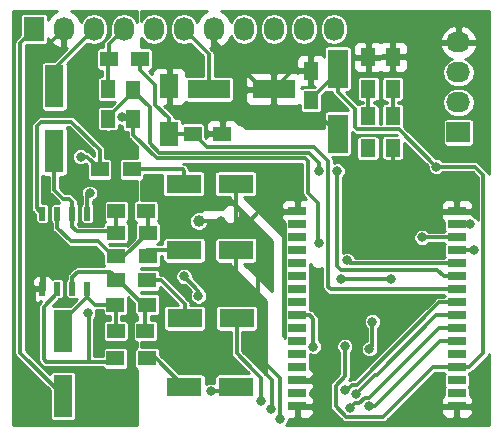
<source format=gbl>
%TF.GenerationSoftware,KiCad,Pcbnew,5.0.0-rc2-dev-unknown-b813eac~63~ubuntu16.04.1*%
%TF.CreationDate,2018-04-08T19:45:01+02:00*%
%TF.ProjectId,atmegax8_with_BM20,61746D65676178385F776974685F424D,rev?*%
%TF.SameCoordinates,Original*%
%TF.FileFunction,Copper,L2,Bot,Signal*%
%TF.FilePolarity,Positive*%
%FSLAX46Y46*%
G04 Gerber Fmt 4.6, Leading zero omitted, Abs format (unit mm)*
G04 Created by KiCad (PCBNEW 5.0.0-rc2-dev-unknown-b813eac~63~ubuntu16.04.1) date Sun Apr  8 19:45:01 2018*
%MOMM*%
%LPD*%
G01*
G04 APERTURE LIST*
%TA.AperFunction,SMDPad,CuDef*%
%ADD10R,1.699260X3.299460*%
%TD*%
%TA.AperFunction,SMDPad,CuDef*%
%ADD11R,2.999740X1.600200*%
%TD*%
%TA.AperFunction,SMDPad,CuDef*%
%ADD12R,3.000000X1.600000*%
%TD*%
%TA.AperFunction,SMDPad,CuDef*%
%ADD13R,1.500000X1.300000*%
%TD*%
%TA.AperFunction,SMDPad,CuDef*%
%ADD14R,1.250000X1.500000*%
%TD*%
%TA.AperFunction,SMDPad,CuDef*%
%ADD15R,1.600200X3.599180*%
%TD*%
%TA.AperFunction,SMDPad,CuDef*%
%ADD16R,3.599180X1.600200*%
%TD*%
%TA.AperFunction,SMDPad,CuDef*%
%ADD17R,0.508000X1.143000*%
%TD*%
%TA.AperFunction,SMDPad,CuDef*%
%ADD18R,1.500000X1.250000*%
%TD*%
%TA.AperFunction,SMDPad,CuDef*%
%ADD19R,1.300000X1.500000*%
%TD*%
%TA.AperFunction,SMDPad,CuDef*%
%ADD20R,1.600000X2.000000*%
%TD*%
%TA.AperFunction,ComponentPad*%
%ADD21R,1.727200X2.032000*%
%TD*%
%TA.AperFunction,ComponentPad*%
%ADD22O,1.727200X2.032000*%
%TD*%
%TA.AperFunction,SMDPad,CuDef*%
%ADD23R,1.500000X0.800000*%
%TD*%
%TA.AperFunction,ComponentPad*%
%ADD24R,2.032000X1.727200*%
%TD*%
%TA.AperFunction,ComponentPad*%
%ADD25O,2.032000X1.727200*%
%TD*%
%TA.AperFunction,ViaPad*%
%ADD26C,0.800000*%
%TD*%
%TA.AperFunction,ViaPad*%
%ADD27C,1.000000*%
%TD*%
%TA.AperFunction,Conductor*%
%ADD28C,0.300000*%
%TD*%
%TA.AperFunction,Conductor*%
%ADD29C,0.254000*%
%TD*%
G04 APERTURE END LIST*
D10*
%TO.P,D1,1*%
%TO.N,+BATT*%
X33121600Y-10741660D03*
%TO.P,D1,2*%
%TO.N,+5V*%
X33121600Y-16243300D03*
%TD*%
D11*
%TO.P,C21,1*%
%TO.N,Net-(C21-Pad1)*%
X20126960Y-37683440D03*
%TO.P,C21,2*%
%TO.N,/BTOUTLN*%
X24526240Y-37683440D03*
%TD*%
D12*
%TO.P,C19,2*%
%TO.N,/BTOUTRN*%
X24498300Y-20485100D03*
%TO.P,C19,1*%
%TO.N,Net-(C19-Pad1)*%
X20098300Y-20485100D03*
%TD*%
D13*
%TO.P,R23,1*%
%TO.N,Net-(C21-Pad1)*%
X17001480Y-35280600D03*
%TO.P,R23,2*%
%TO.N,Net-(C18-Pad1)*%
X14301480Y-35280600D03*
%TD*%
D14*
%TO.P,C5,1*%
%TO.N,+BATT*%
X30861000Y-13416600D03*
%TO.P,C5,2*%
%TO.N,GND*%
X30861000Y-10916600D03*
%TD*%
D11*
%TO.P,C6,1*%
%TO.N,/BTOUTL*%
X24582120Y-31871920D03*
%TO.P,C6,2*%
%TO.N,Net-(C6-Pad2)*%
X20182840Y-31871920D03*
%TD*%
D15*
%TO.P,C9,1*%
%TO.N,Net-(C15-Pad1)*%
X9138920Y-17746980D03*
%TO.P,C9,2*%
%TO.N,/AOUTR*%
X9138920Y-12245340D03*
%TD*%
D16*
%TO.P,C10,1*%
%TO.N,+12V*%
X22222460Y-12486640D03*
%TO.P,C10,2*%
%TO.N,GND*%
X27724100Y-12486640D03*
%TD*%
D13*
%TO.P,R8,1*%
%TO.N,Net-(C16-Pad2)*%
X14321800Y-28676600D03*
%TO.P,R8,2*%
%TO.N,Net-(C6-Pad2)*%
X17021800Y-28676600D03*
%TD*%
%TO.P,R15,1*%
%TO.N,Net-(C15-Pad2)*%
X17047200Y-24638000D03*
%TO.P,R15,2*%
%TO.N,Net-(C15-Pad1)*%
X14347200Y-24638000D03*
%TD*%
D17*
%TO.P,U3,8*%
%TO.N,+12C*%
X11938000Y-23027640D03*
%TO.P,U3,7*%
%TO.N,Net-(C15-Pad1)*%
X10668000Y-23027640D03*
%TO.P,U3,6*%
%TO.N,Net-(C15-Pad2)*%
X9398000Y-23027640D03*
%TO.P,U3,5*%
%TO.N,Net-(C17-Pad1)*%
X8128000Y-23027640D03*
%TO.P,U3,4*%
%TO.N,GNDA*%
X8128000Y-29377640D03*
%TO.P,U3,3*%
%TO.N,Net-(C18-Pad1)*%
X9398000Y-29377640D03*
%TO.P,U3,2*%
%TO.N,Net-(C16-Pad2)*%
X10668000Y-29377640D03*
%TO.P,U3,1*%
%TO.N,Net-(C14-Pad1)*%
X11938000Y-29377640D03*
%TD*%
D15*
%TO.P,C14,1*%
%TO.N,Net-(C14-Pad1)*%
X9865360Y-32951420D03*
%TO.P,C14,2*%
%TO.N,/AOUTL*%
X9865360Y-38453060D03*
%TD*%
D18*
%TO.P,C15,1*%
%TO.N,Net-(C15-Pad1)*%
X14396400Y-22809200D03*
%TO.P,C15,2*%
%TO.N,Net-(C15-Pad2)*%
X16896400Y-22809200D03*
%TD*%
%TO.P,C16,1*%
%TO.N,Net-(C14-Pad1)*%
X14345600Y-32964120D03*
%TO.P,C16,2*%
%TO.N,Net-(C16-Pad2)*%
X16845600Y-32964120D03*
%TD*%
D11*
%TO.P,C20,1*%
%TO.N,/BTOUTR*%
X24526240Y-26116280D03*
%TO.P,C20,2*%
%TO.N,Net-(C20-Pad2)*%
X20126960Y-26116280D03*
%TD*%
D13*
%TO.P,R18,1*%
%TO.N,Net-(C16-Pad2)*%
X17001480Y-30728920D03*
%TO.P,R18,2*%
%TO.N,Net-(C14-Pad1)*%
X14301480Y-30728920D03*
%TD*%
%TO.P,R20,1*%
%TO.N,Net-(C19-Pad1)*%
X15675600Y-19278600D03*
%TO.P,R20,2*%
%TO.N,Net-(C17-Pad1)*%
X12975600Y-19278600D03*
%TD*%
%TO.P,R21,1*%
%TO.N,Net-(C15-Pad2)*%
X14372600Y-26644600D03*
%TO.P,R21,2*%
%TO.N,Net-(C20-Pad2)*%
X17072600Y-26644600D03*
%TD*%
D19*
%TO.P,R26,1*%
%TO.N,/LED1*%
X37795200Y-17448520D03*
%TO.P,R26,2*%
%TO.N,Net-(D2-Pad2)*%
X37795200Y-14748520D03*
%TD*%
D20*
%TO.P,C22,1*%
%TO.N,/MIC_BIAS*%
X18846800Y-16249400D03*
%TO.P,C22,2*%
%TO.N,GND*%
X18846800Y-12249400D03*
%TD*%
D14*
%TO.P,C23,1*%
%TO.N,/MICP*%
X13675360Y-14976160D03*
%TO.P,C23,2*%
%TO.N,/MIC_IN2*%
X13675360Y-12476160D03*
%TD*%
D13*
%TO.P,R27,1*%
%TO.N,/MIC_IN2*%
X13727440Y-9926320D03*
%TO.P,R27,2*%
%TO.N,/MIC_BIAS*%
X16427440Y-9926320D03*
%TD*%
D21*
%TO.P,P1,1*%
%TO.N,/AOUTL*%
X7406640Y-7396480D03*
D22*
%TO.P,P1,2*%
%TO.N,GNDA*%
X9946640Y-7396480D03*
%TO.P,P1,3*%
%TO.N,/AOUTR*%
X12486640Y-7396480D03*
%TO.P,P1,4*%
%TO.N,/MIC_IN2*%
X15026640Y-7396480D03*
%TO.P,P1,5*%
%TO.N,/MIC_IN1*%
X17566640Y-7396480D03*
%TO.P,P1,6*%
%TO.N,+12V*%
X20106640Y-7396480D03*
%TO.P,P1,7*%
%TO.N,GND*%
X22646640Y-7396480D03*
%TO.P,P1,8*%
%TO.N,Net-(P1-Pad8)*%
X25186640Y-7396480D03*
%TO.P,P1,9*%
%TO.N,/DataOut*%
X27726640Y-7396480D03*
%TO.P,P1,10*%
%TO.N,/CDC_ENA_12V*%
X30266640Y-7396480D03*
%TO.P,P1,11*%
%TO.N,Net-(P1-Pad11)*%
X32806640Y-7396480D03*
%TD*%
D14*
%TO.P,C26,1*%
%TO.N,/MICP*%
X15824200Y-12516800D03*
%TO.P,C26,2*%
%TO.N,/MICN*%
X15824200Y-15016800D03*
%TD*%
D18*
%TO.P,C28,2*%
%TO.N,GND*%
X23348000Y-16256000D03*
%TO.P,C28,1*%
%TO.N,/MIC_BIAS*%
X20848000Y-16256000D03*
%TD*%
D19*
%TO.P,D2,1*%
%TO.N,GND*%
X37795200Y-9744720D03*
%TO.P,D2,2*%
%TO.N,Net-(D2-Pad2)*%
X37795200Y-12444720D03*
%TD*%
%TO.P,D3,2*%
%TO.N,Net-(D3-Pad2)*%
X35712400Y-12459960D03*
%TO.P,D3,1*%
%TO.N,GND*%
X35712400Y-9759960D03*
%TD*%
%TO.P,R31,2*%
%TO.N,Net-(D3-Pad2)*%
X35687000Y-14768840D03*
%TO.P,R31,1*%
%TO.N,/LED2*%
X35687000Y-17468840D03*
%TD*%
D23*
%TO.P,U2,25*%
%TO.N,/BTOUTL*%
X43218000Y-31628000D03*
%TO.P,U2,20*%
%TO.N,/INL*%
X43218000Y-26128000D03*
%TO.P,U2,22*%
%TO.N,/MICP*%
X43218000Y-28328000D03*
%TO.P,U2,30*%
%TO.N,N/C*%
X43218000Y-37128000D03*
%TO.P,U2,28*%
X43218000Y-34928000D03*
%TO.P,U2,24*%
%TO.N,/BTOUTLN*%
X43218000Y-30528000D03*
%TO.P,U2,21*%
%TO.N,/MICN*%
X43218000Y-27228000D03*
%TO.P,U2,31*%
%TO.N,N/C*%
X43218000Y-38228000D03*
%TO.P,U2,18*%
%TO.N,/IN_DETECT*%
X43218000Y-23928000D03*
%TO.P,U2,29*%
%TO.N,+BATT*%
X43218000Y-36028000D03*
%TO.P,U2,19*%
%TO.N,/INR*%
X43218000Y-25028000D03*
%TO.P,U2,27*%
%TO.N,/BTOUTRN*%
X43218000Y-33828000D03*
%TO.P,U2,17*%
%TO.N,GND*%
X43218000Y-22828000D03*
%TO.P,U2,23*%
%TO.N,/MIC_BIAS*%
X43218000Y-29428000D03*
%TO.P,U2,32*%
%TO.N,GND*%
X43218000Y-39328000D03*
%TO.P,U2,26*%
%TO.N,/BTOUTR*%
X43218000Y-32728000D03*
%TO.P,U2,4*%
%TO.N,N/C*%
X29718000Y-36028000D03*
%TO.P,U2,1*%
%TO.N,GND*%
X29718000Y-39328000D03*
%TO.P,U2,2*%
%TO.N,N/C*%
X29718000Y-38228000D03*
%TO.P,U2,3*%
%TO.N,GND*%
X29718000Y-37128000D03*
%TO.P,U2,7*%
%TO.N,N/C*%
X29718000Y-32728000D03*
%TO.P,U2,5*%
X29718000Y-34928000D03*
%TO.P,U2,9*%
X29718000Y-30528000D03*
%TO.P,U2,6*%
X29718000Y-33828000D03*
%TO.P,U2,10*%
%TO.N,TX*%
X29718000Y-29428000D03*
%TO.P,U2,8*%
%TO.N,/BT_RESET*%
X29718000Y-31628000D03*
%TO.P,U2,11*%
%TO.N,RX*%
X29718000Y-28328000D03*
%TO.P,U2,12*%
%TO.N,N/C*%
X29718000Y-27228000D03*
%TO.P,U2,13*%
%TO.N,/LED1*%
X29718000Y-26128000D03*
%TO.P,U2,14*%
%TO.N,/LED2*%
X29718000Y-25028000D03*
%TO.P,U2,15*%
%TO.N,N/C*%
X29718000Y-23928000D03*
%TO.P,U2,16*%
%TO.N,GND*%
X29718000Y-22828000D03*
%TD*%
D24*
%TO.P,P3,1*%
%TO.N,/IN_DETECT*%
X43352720Y-16144240D03*
D25*
%TO.P,P3,2*%
%TO.N,/INR*%
X43352720Y-13604240D03*
%TO.P,P3,3*%
%TO.N,/INL*%
X43352720Y-11064240D03*
%TO.P,P3,4*%
%TO.N,GND*%
X43352720Y-8524240D03*
%TD*%
D26*
%TO.N,+5V*%
X21158200Y-14869160D03*
X23246080Y-23647400D03*
X20116800Y-28321000D03*
X21336000Y-29997400D03*
D27*
X21361400Y-23647400D03*
D26*
%TO.N,GND*%
X25432320Y-23853960D03*
X41681400Y-22849840D03*
X34767520Y-35189160D03*
X19583400Y-14649398D03*
%TO.N,/BT_RESET*%
X31074360Y-34269680D03*
%TO.N,/ARESET*%
X33446390Y-28536900D03*
X37617400Y-28536900D03*
%TO.N,+BATT*%
X33736280Y-34249360D03*
X41478200Y-19050000D03*
%TO.N,/SCK*%
X35801119Y-34467800D03*
X36055300Y-32162200D03*
%TO.N,/BTOUTL*%
X26670000Y-38846760D03*
X34693127Y-38282110D03*
%TO.N,/BTOUTR*%
X34193480Y-39468360D03*
X27489720Y-39588440D03*
%TO.N,/BTOUTRN*%
X28239720Y-40380920D03*
X35801300Y-39344600D03*
%TO.N,/BTOUTLN*%
X22387560Y-38044120D03*
X33708412Y-37932109D03*
%TO.N,/MICP*%
X33070800Y-19392900D03*
X31553720Y-19367500D03*
%TO.N,/MICN*%
X31503551Y-25493911D03*
X33883600Y-26969720D03*
X14900362Y-14848840D03*
%TO.N,GNDA*%
X7213600Y-31526480D03*
%TO.N,+12C*%
X12115800Y-21285200D03*
%TO.N,Net-(C17-Pad1)*%
X11358880Y-18196560D03*
%TO.N,Net-(C18-Pad1)*%
X11973560Y-31460440D03*
%TO.N,/IN_DETECT*%
X44353299Y-23914100D03*
%TO.N,/INR*%
X40259000Y-25031700D03*
%TO.N,/INL*%
X44703300Y-26136600D03*
%TD*%
D28*
%TO.N,+5V*%
X21158200Y-14869160D02*
X31747460Y-14869160D01*
X31747460Y-14869160D02*
X33121600Y-16243300D01*
X21361400Y-23647400D02*
X23246080Y-23647400D01*
X21336000Y-29540200D02*
X21336000Y-29997400D01*
X20116800Y-28321000D02*
X21336000Y-29540200D01*
%TO.N,GND*%
X25432320Y-23853960D02*
X26458280Y-22828000D01*
X26458280Y-22828000D02*
X29718000Y-22828000D01*
X20406360Y-13761720D02*
X24349430Y-13761720D01*
X24349430Y-13761720D02*
X25624510Y-12486640D01*
X25624510Y-12486640D02*
X27724100Y-12486640D01*
X19983399Y-14184681D02*
X20406360Y-13761720D01*
X19583400Y-14649398D02*
X19983399Y-14249399D01*
X19983399Y-14249399D02*
X19983399Y-14184681D01*
X43218000Y-22828000D02*
X41703240Y-22828000D01*
X41703240Y-22828000D02*
X41681400Y-22849840D01*
X34767520Y-35189160D02*
X34767520Y-34170598D01*
X34767520Y-34170598D02*
X34094442Y-33497520D01*
X34094442Y-33497520D02*
X33202880Y-33497520D01*
X33202880Y-33497520D02*
X32410400Y-34290000D01*
X32410400Y-34290000D02*
X32410400Y-35485600D01*
X32410400Y-35485600D02*
X30768000Y-37128000D01*
X30768000Y-37128000D02*
X29718000Y-37128000D01*
X18846800Y-12249400D02*
X18846800Y-13912798D01*
X18846800Y-13912798D02*
X19583400Y-14649398D01*
X30861000Y-10916600D02*
X29294140Y-10916600D01*
X29294140Y-10916600D02*
X27724100Y-12486640D01*
X27724100Y-12486640D02*
X27724100Y-12090400D01*
X27724100Y-12486640D02*
X28973460Y-12486640D01*
X27724100Y-12486640D02*
X29149040Y-12486640D01*
X27724100Y-12486640D02*
X26771600Y-12486640D01*
X26771600Y-12486640D02*
X22646640Y-8361680D01*
X22646640Y-8361680D02*
X22646640Y-7396480D01*
%TO.N,+12V*%
X22222460Y-12486640D02*
X22222460Y-9512300D01*
X22222460Y-9512300D02*
X20106640Y-7396480D01*
%TO.N,/BT_RESET*%
X31074360Y-34269680D02*
X31074360Y-31934360D01*
X31074360Y-31934360D02*
X30768000Y-31628000D01*
X30768000Y-31628000D02*
X29718000Y-31628000D01*
%TO.N,/ARESET*%
X35930840Y-28536900D02*
X33446390Y-28536900D01*
X35930840Y-28536900D02*
X37617400Y-28536900D01*
%TO.N,+BATT*%
X33736280Y-34249360D02*
X33736280Y-36794239D01*
X33736280Y-36794239D02*
X32958411Y-37572108D01*
X32958411Y-37572108D02*
X32958411Y-39343293D01*
X36967160Y-40218360D02*
X41157520Y-36028000D01*
X32958411Y-39343293D02*
X33833478Y-40218360D01*
X33833478Y-40218360D02*
X36967160Y-40218360D01*
X41157520Y-36028000D02*
X43218000Y-36028000D01*
X34604960Y-15716802D02*
X34604960Y-14174750D01*
X38297041Y-15868841D02*
X34756999Y-15868841D01*
X34756999Y-15868841D02*
X34604960Y-15716802D01*
X41478200Y-19050000D02*
X38297041Y-15868841D01*
X34604960Y-14174750D02*
X33121600Y-12691390D01*
X33121600Y-12691390D02*
X33121600Y-10741660D01*
X30861000Y-13416600D02*
X30861000Y-13291600D01*
X30861000Y-13291600D02*
X33121600Y-11031000D01*
X33121600Y-11031000D02*
X33121600Y-10741660D01*
X45453300Y-34842700D02*
X45453300Y-23609300D01*
X44742100Y-19050000D02*
X45453300Y-19761200D01*
X45453300Y-19761200D02*
X45453300Y-23609300D01*
X41478200Y-19050000D02*
X44742100Y-19050000D01*
X43218000Y-36028000D02*
X44268000Y-36028000D01*
X44268000Y-36028000D02*
X45453300Y-34842700D01*
%TO.N,/SCK*%
X36055300Y-32162200D02*
X36055300Y-34213619D01*
X36055300Y-34213619D02*
X35801119Y-34467800D01*
%TO.N,/BTOUTL*%
X26670000Y-38846760D02*
X26670000Y-36931600D01*
X26075640Y-36337240D02*
X24582120Y-34843720D01*
X26670000Y-36931600D02*
X26075640Y-36337240D01*
X36295097Y-36680140D02*
X34693127Y-38282110D01*
X41485900Y-31628000D02*
X36433760Y-36680140D01*
X36433760Y-36680140D02*
X36295097Y-36680140D01*
X24582120Y-34843720D02*
X24582120Y-31871920D01*
X43218000Y-31628000D02*
X41485900Y-31628000D01*
%TO.N,/BTOUTR*%
X27489720Y-39588440D02*
X27489720Y-39561200D01*
X27489720Y-39561200D02*
X27559701Y-39491219D01*
X27559701Y-37114181D02*
X26476960Y-36031440D01*
X27559701Y-39491219D02*
X27559701Y-37114181D01*
X26476960Y-36031440D02*
X26476960Y-30836788D01*
X26476960Y-30836788D02*
X24526240Y-28886068D01*
X24526240Y-28886068D02*
X24526240Y-27216380D01*
X24526240Y-27216380D02*
X24526240Y-26116280D01*
X37353240Y-37056060D02*
X37002720Y-37406580D01*
X35441299Y-38594599D02*
X35814701Y-38594599D01*
X35814701Y-38594599D02*
X37002720Y-37406580D01*
X34193480Y-39468360D02*
X34593479Y-39068361D01*
X34593479Y-39068361D02*
X34967537Y-39068361D01*
X34967537Y-39068361D02*
X35441299Y-38594599D01*
X36569599Y-37839701D02*
X37353240Y-37056060D01*
X37353240Y-37056060D02*
X41681300Y-32728000D01*
X36569599Y-37839701D02*
X36556899Y-37839701D01*
X41681300Y-32728000D02*
X43218000Y-32728000D01*
%TO.N,Net-(C19-Pad1)*%
X15675600Y-19278600D02*
X19991800Y-19278600D01*
X20098300Y-19385100D02*
X20098300Y-20485100D01*
X19991800Y-19278600D02*
X20098300Y-19385100D01*
%TO.N,/MIC_BIAS*%
X32303720Y-18526760D02*
X31127480Y-17350520D01*
X32303720Y-29210000D02*
X32303720Y-18526760D01*
X32521720Y-29428000D02*
X32303720Y-29210000D01*
X43218000Y-29428000D02*
X32521720Y-29428000D01*
X31127480Y-17350520D02*
X22067520Y-17350520D01*
X22067520Y-17350520D02*
X20973000Y-16256000D01*
X20973000Y-16256000D02*
X20848000Y-16256000D01*
X20848000Y-16256000D02*
X18853400Y-16256000D01*
X18853400Y-16256000D02*
X18846800Y-16249400D01*
X16427440Y-9926320D02*
X16427440Y-10876320D01*
X16427440Y-10876320D02*
X17696799Y-12145679D01*
X17696799Y-12145679D02*
X17696799Y-13799399D01*
X17696799Y-13799399D02*
X18846800Y-14949400D01*
X18846800Y-14949400D02*
X18846800Y-16249400D01*
%TO.N,/BTOUTRN*%
X24498300Y-20485100D02*
X24498300Y-24313399D01*
X25151080Y-24966179D02*
X26306111Y-24966179D01*
X24498300Y-24313399D02*
X25151080Y-24966179D01*
X26976970Y-35653610D02*
X28239720Y-36916360D01*
X26306111Y-24966179D02*
X26395680Y-25055748D01*
X26395680Y-25055748D02*
X26395680Y-30048388D01*
X26395680Y-30048388D02*
X26976970Y-30629678D01*
X26976970Y-30629678D02*
X26976970Y-35653610D01*
X28239720Y-36916360D02*
X28239720Y-40380920D01*
X43218000Y-33828000D02*
X41775120Y-33828000D01*
X41775120Y-33828000D02*
X36258520Y-39344600D01*
X36258520Y-39344600D02*
X35801300Y-39344600D01*
%TO.N,/BTOUTLN*%
X22387560Y-38044120D02*
X24165560Y-38044120D01*
X24165560Y-38044120D02*
X24526240Y-37683440D01*
X34333126Y-37532109D02*
X33933126Y-37932109D01*
X33933126Y-37932109D02*
X33708412Y-37932109D01*
X43218000Y-30528000D02*
X41724840Y-30528000D01*
X41724840Y-30528000D02*
X34720731Y-37532109D01*
X34720731Y-37532109D02*
X34333126Y-37532109D01*
%TO.N,/MICP*%
X33383220Y-27749500D02*
X33070800Y-27437080D01*
X41541700Y-27749500D02*
X33383220Y-27749500D01*
X42120200Y-28328000D02*
X41541700Y-27749500D01*
X43218000Y-28328000D02*
X42120200Y-28328000D01*
X33070800Y-27437080D02*
X33070800Y-19392900D01*
X30702930Y-17850530D02*
X31553720Y-18701320D01*
X31553720Y-18701320D02*
X31553720Y-19367500D01*
X15824200Y-12641800D02*
X15824200Y-12516800D01*
X30702930Y-17850530D02*
X18017928Y-17850530D01*
X18017928Y-17850530D02*
X17196789Y-17029391D01*
X17196789Y-17029391D02*
X17196789Y-14014389D01*
X17196789Y-14014389D02*
X15824200Y-12641800D01*
X13675360Y-14976160D02*
X13675360Y-14851160D01*
X13675360Y-14851160D02*
X15824200Y-12702320D01*
X15824200Y-12702320D02*
X15824200Y-12516800D01*
%TO.N,/MICN*%
X31480760Y-22120860D02*
X31480760Y-25471120D01*
X31480760Y-25471120D02*
X31503551Y-25493911D01*
X31480760Y-22120860D02*
X30600799Y-21240899D01*
X34141880Y-27228000D02*
X33883600Y-26969720D01*
X41478200Y-27228000D02*
X34141880Y-27228000D01*
X41478200Y-27228000D02*
X43218000Y-27228000D01*
X30344720Y-18330520D02*
X30600799Y-18586599D01*
X17819110Y-18330520D02*
X30344720Y-18330520D01*
X15824200Y-16335610D02*
X17819110Y-18330520D01*
X15824200Y-15016800D02*
X15824200Y-16335610D01*
X30600799Y-18586599D02*
X30600799Y-21240899D01*
X15824200Y-15016800D02*
X15068322Y-15016800D01*
X15068322Y-15016800D02*
X14900362Y-14848840D01*
%TO.N,Net-(C6-Pad2)*%
X17021800Y-28676600D02*
X18186400Y-28676600D01*
X18186400Y-28676600D02*
X20182840Y-30673040D01*
X20182840Y-30673040D02*
X20182840Y-31871920D01*
%TO.N,/AOUTL*%
X9865360Y-38453060D02*
X9865360Y-38409880D01*
X9865360Y-38409880D02*
X6233160Y-34777680D01*
X6233160Y-34777680D02*
X6233160Y-8569960D01*
X6233160Y-8569960D02*
X7406640Y-7396480D01*
%TO.N,/AOUTR*%
X9138920Y-12245340D02*
X9138920Y-10744200D01*
X9138920Y-10744200D02*
X12486640Y-7396480D01*
%TO.N,GNDA*%
X7437120Y-29377640D02*
X7437120Y-31302960D01*
X7437120Y-31302960D02*
X7213600Y-31526480D01*
X9946640Y-7396480D02*
X9939020Y-7396480D01*
X9939020Y-7396480D02*
X6941820Y-10393680D01*
X7269480Y-29377640D02*
X7437120Y-29377640D01*
X7437120Y-29377640D02*
X8128000Y-29377640D01*
X6941820Y-29049980D02*
X7269480Y-29377640D01*
X6941820Y-10393680D02*
X6941820Y-29049980D01*
%TO.N,+12C*%
X11938000Y-23027640D02*
X11938000Y-21463000D01*
X11938000Y-21463000D02*
X12115800Y-21285200D01*
%TO.N,Net-(C15-Pad1)*%
X14347200Y-24638000D02*
X14347200Y-22858400D01*
X14347200Y-22858400D02*
X14396400Y-22809200D01*
X9138920Y-17746980D02*
X9138920Y-21015960D01*
X10383520Y-21752560D02*
X10668000Y-22037040D01*
X9875520Y-21752560D02*
X10383520Y-21752560D01*
X9138920Y-21015960D02*
X9875520Y-21752560D01*
X9138920Y-17746980D02*
X9138920Y-19024600D01*
X10668000Y-22037040D02*
X10668000Y-23027640D01*
X10668000Y-23027640D02*
X10668000Y-24150320D01*
X11043920Y-24526240D02*
X13615680Y-24526240D01*
X10668000Y-24150320D02*
X11043920Y-24526240D01*
%TO.N,Net-(C14-Pad1)*%
X9865360Y-32951420D02*
X9865360Y-32120840D01*
X9865360Y-32120840D02*
X11938000Y-30048200D01*
X14332900Y-32951420D02*
X14345600Y-32964120D01*
X14345600Y-32964120D02*
X14345600Y-30773040D01*
X14345600Y-30773040D02*
X14301480Y-30728920D01*
X11938000Y-29377640D02*
X11938000Y-30048200D01*
X11938000Y-30048200D02*
X11938000Y-30058360D01*
X12608560Y-30728920D02*
X14301480Y-30728920D01*
X11938000Y-30058360D02*
X12608560Y-30728920D01*
%TO.N,Net-(C15-Pad2)*%
X14372600Y-26644600D02*
X14122400Y-26644600D01*
X14122400Y-26644600D02*
X12801600Y-25323800D01*
X10515600Y-25323800D02*
X9398000Y-24206200D01*
X12801600Y-25323800D02*
X10515600Y-25323800D01*
X9398000Y-24206200D02*
X9398000Y-23027640D01*
X17047200Y-24638000D02*
X17047200Y-22960000D01*
X17047200Y-22960000D02*
X16896400Y-22809200D01*
X14372600Y-26644600D02*
X15040600Y-26644600D01*
X15040600Y-26644600D02*
X17047200Y-24638000D01*
%TO.N,Net-(C16-Pad2)*%
X10668000Y-29377640D02*
X10668000Y-28387040D01*
X11120120Y-27934920D02*
X13879840Y-27934920D01*
X10668000Y-28387040D02*
X11120120Y-27934920D01*
X13879840Y-27934920D02*
X14326880Y-28381960D01*
X16845600Y-32964120D02*
X16845600Y-30884800D01*
X16845600Y-30884800D02*
X17001480Y-30728920D01*
X17001480Y-30728920D02*
X16673840Y-30728920D01*
X16673840Y-30728920D02*
X14326880Y-28381960D01*
%TO.N,Net-(C17-Pad1)*%
X11358880Y-18196560D02*
X11893560Y-18196560D01*
X11893560Y-18196560D02*
X12975600Y-19278600D01*
X12975600Y-19278600D02*
X12975600Y-17618720D01*
X12975600Y-17618720D02*
X10586720Y-15229840D01*
X7640320Y-15615920D02*
X7640320Y-22539960D01*
X7640320Y-22539960D02*
X8128000Y-23027640D01*
X10586720Y-15229840D02*
X8026400Y-15229840D01*
X8026400Y-15229840D02*
X7640320Y-15615920D01*
%TO.N,Net-(C18-Pad1)*%
X12034520Y-31521400D02*
X12034520Y-35560000D01*
X11973560Y-31460440D02*
X12034520Y-31521400D01*
X9398000Y-29377640D02*
X9398000Y-29768800D01*
X9398000Y-29768800D02*
X8270240Y-30896560D01*
X8244840Y-30921960D02*
X8244840Y-31567120D01*
X8270240Y-30896560D02*
X8244840Y-30921960D01*
X8468360Y-35560000D02*
X12034520Y-35560000D01*
X12034520Y-35560000D02*
X14022080Y-35560000D01*
X8244840Y-31567120D02*
X8244840Y-35336480D01*
X8244840Y-35336480D02*
X8468360Y-35560000D01*
X14022080Y-35560000D02*
X14301480Y-35280600D01*
%TO.N,Net-(C20-Pad2)*%
X16945600Y-26090880D02*
X20101560Y-26090880D01*
X20101560Y-26090880D02*
X20126960Y-26116280D01*
%TO.N,Net-(C21-Pad1)*%
X17001480Y-35280600D02*
X17724120Y-35280600D01*
X17724120Y-35280600D02*
X20126960Y-37683440D01*
X19928840Y-37881560D02*
X20126960Y-37683440D01*
%TO.N,/MICP*%
X13675360Y-14976160D02*
X13675360Y-15615920D01*
%TO.N,/MIC_BIAS*%
X16215360Y-10138400D02*
X16427440Y-9926320D01*
%TO.N,/MIC_IN2*%
X13675360Y-12476160D02*
X13675360Y-9978400D01*
X13675360Y-9978400D02*
X13727440Y-9926320D01*
X13727440Y-9926320D02*
X13727440Y-8695680D01*
X13727440Y-8695680D02*
X15026640Y-7396480D01*
X14478000Y-7945120D02*
X15026640Y-7396480D01*
%TO.N,Net-(D2-Pad2)*%
X37795200Y-12444720D02*
X37795200Y-14748520D01*
%TO.N,Net-(D3-Pad2)*%
X35712400Y-12459960D02*
X35712400Y-14743440D01*
X35712400Y-14743440D02*
X35687000Y-14768840D01*
%TO.N,/LED1*%
X36769040Y-26035000D02*
X36584321Y-26219719D01*
X36584321Y-26219719D02*
X34002279Y-26219719D01*
X38531800Y-24272240D02*
X36769040Y-26035000D01*
X38531800Y-19235120D02*
X38531800Y-24272240D01*
X37795200Y-17448520D02*
X37795200Y-18498520D01*
X37795200Y-18498520D02*
X38531800Y-19235120D01*
%TO.N,/IN_DETECT*%
X43218000Y-23928000D02*
X44339399Y-23928000D01*
X44339399Y-23928000D02*
X44353299Y-23914100D01*
%TO.N,/INR*%
X40259000Y-25031700D02*
X43214300Y-25031700D01*
X43214300Y-25031700D02*
X43218000Y-25028000D01*
%TO.N,/INL*%
X43218000Y-26128000D02*
X44694700Y-26128000D01*
X44694700Y-26128000D02*
X44703300Y-26136600D01*
%TD*%
D29*
%TO.N,GND*%
G36*
X30864439Y-27406933D02*
X31068947Y-27611441D01*
X31336151Y-27722120D01*
X31625369Y-27722120D01*
X31826720Y-27638718D01*
X31826720Y-29163029D01*
X31817377Y-29210000D01*
X31826720Y-29256971D01*
X31826720Y-29256974D01*
X31854397Y-29396115D01*
X31959823Y-29553897D01*
X31999649Y-29580508D01*
X32151212Y-29732071D01*
X32177823Y-29771897D01*
X32335604Y-29877323D01*
X32521720Y-29914344D01*
X32568695Y-29905000D01*
X42149910Y-29905000D01*
X42159973Y-29955589D01*
X42174947Y-29978000D01*
X42159973Y-30000411D01*
X42149910Y-30051000D01*
X41771811Y-30051000D01*
X41724840Y-30041657D01*
X41677869Y-30051000D01*
X41677865Y-30051000D01*
X41538724Y-30078677D01*
X41380943Y-30184103D01*
X41354334Y-30223926D01*
X34523152Y-37055109D01*
X34380095Y-37055109D01*
X34333125Y-37045766D01*
X34286155Y-37055109D01*
X34286151Y-37055109D01*
X34147010Y-37082786D01*
X34093085Y-37118817D01*
X34135019Y-37056060D01*
X34185603Y-36980355D01*
X34213280Y-36841214D01*
X34213280Y-36841210D01*
X34222623Y-36794239D01*
X34213280Y-36747268D01*
X34213280Y-34800494D01*
X34352601Y-34661173D01*
X34463280Y-34393969D01*
X34463280Y-34323191D01*
X35074119Y-34323191D01*
X35074119Y-34612409D01*
X35184798Y-34879613D01*
X35389306Y-35084121D01*
X35656510Y-35194800D01*
X35945728Y-35194800D01*
X36212932Y-35084121D01*
X36417440Y-34879613D01*
X36528119Y-34612409D01*
X36528119Y-34323191D01*
X36522532Y-34309702D01*
X36532300Y-34260594D01*
X36532300Y-34260591D01*
X36541643Y-34213620D01*
X36532300Y-34166649D01*
X36532300Y-32713334D01*
X36671621Y-32574013D01*
X36782300Y-32306809D01*
X36782300Y-32017591D01*
X36671621Y-31750387D01*
X36467113Y-31545879D01*
X36199909Y-31435200D01*
X35910691Y-31435200D01*
X35643487Y-31545879D01*
X35438979Y-31750387D01*
X35328300Y-32017591D01*
X35328300Y-32306809D01*
X35438979Y-32574013D01*
X35578300Y-32713334D01*
X35578301Y-33773195D01*
X35389306Y-33851479D01*
X35184798Y-34055987D01*
X35074119Y-34323191D01*
X34463280Y-34323191D01*
X34463280Y-34104751D01*
X34352601Y-33837547D01*
X34148093Y-33633039D01*
X33880889Y-33522360D01*
X33591671Y-33522360D01*
X33324467Y-33633039D01*
X33119959Y-33837547D01*
X33009280Y-34104751D01*
X33009280Y-34393969D01*
X33119959Y-34661173D01*
X33259280Y-34800494D01*
X33259281Y-36596658D01*
X32654339Y-37201600D01*
X32614514Y-37228211D01*
X32509088Y-37385993D01*
X32481411Y-37525134D01*
X32481411Y-37525137D01*
X32472068Y-37572108D01*
X32481411Y-37619079D01*
X32481412Y-39296317D01*
X32472068Y-39343293D01*
X32509088Y-39529408D01*
X32525991Y-39554704D01*
X32614515Y-39687190D01*
X32654338Y-39713799D01*
X33462972Y-40522434D01*
X33489581Y-40562257D01*
X33529404Y-40588866D01*
X33647362Y-40667683D01*
X33833478Y-40704704D01*
X33880453Y-40695360D01*
X36920189Y-40695360D01*
X36967160Y-40704703D01*
X37014131Y-40695360D01*
X37014135Y-40695360D01*
X37153276Y-40667683D01*
X37311057Y-40562257D01*
X37337668Y-40522431D01*
X38246349Y-39613750D01*
X41833000Y-39613750D01*
X41833000Y-39854310D01*
X41929673Y-40087699D01*
X42108302Y-40266327D01*
X42341691Y-40363000D01*
X42932250Y-40363000D01*
X43091000Y-40204250D01*
X43091000Y-39455000D01*
X43345000Y-39455000D01*
X43345000Y-40204250D01*
X43503750Y-40363000D01*
X44094309Y-40363000D01*
X44327698Y-40266327D01*
X44506327Y-40087699D01*
X44603000Y-39854310D01*
X44603000Y-39613750D01*
X44444250Y-39455000D01*
X43345000Y-39455000D01*
X43091000Y-39455000D01*
X41991750Y-39455000D01*
X41833000Y-39613750D01*
X38246349Y-39613750D01*
X41355100Y-36505000D01*
X42149910Y-36505000D01*
X42159973Y-36555589D01*
X42174947Y-36578000D01*
X42159973Y-36600411D01*
X42134594Y-36728000D01*
X42134594Y-37528000D01*
X42159973Y-37655589D01*
X42174947Y-37678000D01*
X42159973Y-37700411D01*
X42134594Y-37828000D01*
X42134594Y-38378782D01*
X42108302Y-38389673D01*
X41929673Y-38568301D01*
X41833000Y-38801690D01*
X41833000Y-39042250D01*
X41991750Y-39201000D01*
X43091000Y-39201000D01*
X43091000Y-39181000D01*
X43345000Y-39181000D01*
X43345000Y-39201000D01*
X44444250Y-39201000D01*
X44603000Y-39042250D01*
X44603000Y-38801690D01*
X44506327Y-38568301D01*
X44327698Y-38389673D01*
X44301406Y-38378782D01*
X44301406Y-37828000D01*
X44276027Y-37700411D01*
X44261053Y-37678000D01*
X44276027Y-37655589D01*
X44301406Y-37528000D01*
X44301406Y-36728000D01*
X44276027Y-36600411D01*
X44261053Y-36578000D01*
X44276027Y-36555589D01*
X44284900Y-36510981D01*
X44314971Y-36505000D01*
X44314975Y-36505000D01*
X44454116Y-36477323D01*
X44611897Y-36371897D01*
X44638508Y-36332071D01*
X45757375Y-35213205D01*
X45797197Y-35186597D01*
X45902623Y-35028816D01*
X45923200Y-34925368D01*
X45923200Y-40919400D01*
X28729374Y-40919400D01*
X28856041Y-40792733D01*
X28966720Y-40525529D01*
X28966720Y-40363000D01*
X29432250Y-40363000D01*
X29591000Y-40204250D01*
X29591000Y-39455000D01*
X29845000Y-39455000D01*
X29845000Y-40204250D01*
X30003750Y-40363000D01*
X30594309Y-40363000D01*
X30827698Y-40266327D01*
X31006327Y-40087699D01*
X31103000Y-39854310D01*
X31103000Y-39613750D01*
X30944250Y-39455000D01*
X29845000Y-39455000D01*
X29591000Y-39455000D01*
X29571000Y-39455000D01*
X29571000Y-39201000D01*
X29591000Y-39201000D01*
X29591000Y-39181000D01*
X29845000Y-39181000D01*
X29845000Y-39201000D01*
X30944250Y-39201000D01*
X31103000Y-39042250D01*
X31103000Y-38801690D01*
X31006327Y-38568301D01*
X30827698Y-38389673D01*
X30801406Y-38378782D01*
X30801406Y-38077218D01*
X30827698Y-38066327D01*
X31006327Y-37887699D01*
X31103000Y-37654310D01*
X31103000Y-37413750D01*
X30944250Y-37255000D01*
X29845000Y-37255000D01*
X29845000Y-37275000D01*
X29591000Y-37275000D01*
X29591000Y-37255000D01*
X29571000Y-37255000D01*
X29571000Y-37001000D01*
X29591000Y-37001000D01*
X29591000Y-36981000D01*
X29845000Y-36981000D01*
X29845000Y-37001000D01*
X30944250Y-37001000D01*
X31103000Y-36842250D01*
X31103000Y-36601690D01*
X31006327Y-36368301D01*
X30827698Y-36189673D01*
X30801406Y-36178782D01*
X30801406Y-35628000D01*
X30776027Y-35500411D01*
X30761053Y-35478000D01*
X30776027Y-35455589D01*
X30801406Y-35328000D01*
X30801406Y-34943518D01*
X30929751Y-34996680D01*
X31218969Y-34996680D01*
X31486173Y-34886001D01*
X31690681Y-34681493D01*
X31801360Y-34414289D01*
X31801360Y-34125071D01*
X31690681Y-33857867D01*
X31551360Y-33718546D01*
X31551360Y-31981329D01*
X31560703Y-31934359D01*
X31551360Y-31887389D01*
X31551360Y-31887385D01*
X31523683Y-31748244D01*
X31418257Y-31590463D01*
X31378431Y-31563852D01*
X31138508Y-31323929D01*
X31111897Y-31284103D01*
X30954116Y-31178677D01*
X30814975Y-31151000D01*
X30814971Y-31151000D01*
X30784900Y-31145019D01*
X30776027Y-31100411D01*
X30761053Y-31078000D01*
X30776027Y-31055589D01*
X30801406Y-30928000D01*
X30801406Y-30128000D01*
X30776027Y-30000411D01*
X30761053Y-29978000D01*
X30776027Y-29955589D01*
X30801406Y-29828000D01*
X30801406Y-29028000D01*
X30776027Y-28900411D01*
X30761053Y-28878000D01*
X30776027Y-28855589D01*
X30801406Y-28728000D01*
X30801406Y-27928000D01*
X30776027Y-27800411D01*
X30761053Y-27778000D01*
X30776027Y-27755589D01*
X30801406Y-27628000D01*
X30801406Y-27254757D01*
X30864439Y-27406933D01*
X30864439Y-27406933D01*
G37*
X30864439Y-27406933D02*
X31068947Y-27611441D01*
X31336151Y-27722120D01*
X31625369Y-27722120D01*
X31826720Y-27638718D01*
X31826720Y-29163029D01*
X31817377Y-29210000D01*
X31826720Y-29256971D01*
X31826720Y-29256974D01*
X31854397Y-29396115D01*
X31959823Y-29553897D01*
X31999649Y-29580508D01*
X32151212Y-29732071D01*
X32177823Y-29771897D01*
X32335604Y-29877323D01*
X32521720Y-29914344D01*
X32568695Y-29905000D01*
X42149910Y-29905000D01*
X42159973Y-29955589D01*
X42174947Y-29978000D01*
X42159973Y-30000411D01*
X42149910Y-30051000D01*
X41771811Y-30051000D01*
X41724840Y-30041657D01*
X41677869Y-30051000D01*
X41677865Y-30051000D01*
X41538724Y-30078677D01*
X41380943Y-30184103D01*
X41354334Y-30223926D01*
X34523152Y-37055109D01*
X34380095Y-37055109D01*
X34333125Y-37045766D01*
X34286155Y-37055109D01*
X34286151Y-37055109D01*
X34147010Y-37082786D01*
X34093085Y-37118817D01*
X34135019Y-37056060D01*
X34185603Y-36980355D01*
X34213280Y-36841214D01*
X34213280Y-36841210D01*
X34222623Y-36794239D01*
X34213280Y-36747268D01*
X34213280Y-34800494D01*
X34352601Y-34661173D01*
X34463280Y-34393969D01*
X34463280Y-34323191D01*
X35074119Y-34323191D01*
X35074119Y-34612409D01*
X35184798Y-34879613D01*
X35389306Y-35084121D01*
X35656510Y-35194800D01*
X35945728Y-35194800D01*
X36212932Y-35084121D01*
X36417440Y-34879613D01*
X36528119Y-34612409D01*
X36528119Y-34323191D01*
X36522532Y-34309702D01*
X36532300Y-34260594D01*
X36532300Y-34260591D01*
X36541643Y-34213620D01*
X36532300Y-34166649D01*
X36532300Y-32713334D01*
X36671621Y-32574013D01*
X36782300Y-32306809D01*
X36782300Y-32017591D01*
X36671621Y-31750387D01*
X36467113Y-31545879D01*
X36199909Y-31435200D01*
X35910691Y-31435200D01*
X35643487Y-31545879D01*
X35438979Y-31750387D01*
X35328300Y-32017591D01*
X35328300Y-32306809D01*
X35438979Y-32574013D01*
X35578300Y-32713334D01*
X35578301Y-33773195D01*
X35389306Y-33851479D01*
X35184798Y-34055987D01*
X35074119Y-34323191D01*
X34463280Y-34323191D01*
X34463280Y-34104751D01*
X34352601Y-33837547D01*
X34148093Y-33633039D01*
X33880889Y-33522360D01*
X33591671Y-33522360D01*
X33324467Y-33633039D01*
X33119959Y-33837547D01*
X33009280Y-34104751D01*
X33009280Y-34393969D01*
X33119959Y-34661173D01*
X33259280Y-34800494D01*
X33259281Y-36596658D01*
X32654339Y-37201600D01*
X32614514Y-37228211D01*
X32509088Y-37385993D01*
X32481411Y-37525134D01*
X32481411Y-37525137D01*
X32472068Y-37572108D01*
X32481411Y-37619079D01*
X32481412Y-39296317D01*
X32472068Y-39343293D01*
X32509088Y-39529408D01*
X32525991Y-39554704D01*
X32614515Y-39687190D01*
X32654338Y-39713799D01*
X33462972Y-40522434D01*
X33489581Y-40562257D01*
X33529404Y-40588866D01*
X33647362Y-40667683D01*
X33833478Y-40704704D01*
X33880453Y-40695360D01*
X36920189Y-40695360D01*
X36967160Y-40704703D01*
X37014131Y-40695360D01*
X37014135Y-40695360D01*
X37153276Y-40667683D01*
X37311057Y-40562257D01*
X37337668Y-40522431D01*
X38246349Y-39613750D01*
X41833000Y-39613750D01*
X41833000Y-39854310D01*
X41929673Y-40087699D01*
X42108302Y-40266327D01*
X42341691Y-40363000D01*
X42932250Y-40363000D01*
X43091000Y-40204250D01*
X43091000Y-39455000D01*
X43345000Y-39455000D01*
X43345000Y-40204250D01*
X43503750Y-40363000D01*
X44094309Y-40363000D01*
X44327698Y-40266327D01*
X44506327Y-40087699D01*
X44603000Y-39854310D01*
X44603000Y-39613750D01*
X44444250Y-39455000D01*
X43345000Y-39455000D01*
X43091000Y-39455000D01*
X41991750Y-39455000D01*
X41833000Y-39613750D01*
X38246349Y-39613750D01*
X41355100Y-36505000D01*
X42149910Y-36505000D01*
X42159973Y-36555589D01*
X42174947Y-36578000D01*
X42159973Y-36600411D01*
X42134594Y-36728000D01*
X42134594Y-37528000D01*
X42159973Y-37655589D01*
X42174947Y-37678000D01*
X42159973Y-37700411D01*
X42134594Y-37828000D01*
X42134594Y-38378782D01*
X42108302Y-38389673D01*
X41929673Y-38568301D01*
X41833000Y-38801690D01*
X41833000Y-39042250D01*
X41991750Y-39201000D01*
X43091000Y-39201000D01*
X43091000Y-39181000D01*
X43345000Y-39181000D01*
X43345000Y-39201000D01*
X44444250Y-39201000D01*
X44603000Y-39042250D01*
X44603000Y-38801690D01*
X44506327Y-38568301D01*
X44327698Y-38389673D01*
X44301406Y-38378782D01*
X44301406Y-37828000D01*
X44276027Y-37700411D01*
X44261053Y-37678000D01*
X44276027Y-37655589D01*
X44301406Y-37528000D01*
X44301406Y-36728000D01*
X44276027Y-36600411D01*
X44261053Y-36578000D01*
X44276027Y-36555589D01*
X44284900Y-36510981D01*
X44314971Y-36505000D01*
X44314975Y-36505000D01*
X44454116Y-36477323D01*
X44611897Y-36371897D01*
X44638508Y-36332071D01*
X45757375Y-35213205D01*
X45797197Y-35186597D01*
X45902623Y-35028816D01*
X45923200Y-34925368D01*
X45923200Y-40919400D01*
X28729374Y-40919400D01*
X28856041Y-40792733D01*
X28966720Y-40525529D01*
X28966720Y-40363000D01*
X29432250Y-40363000D01*
X29591000Y-40204250D01*
X29591000Y-39455000D01*
X29845000Y-39455000D01*
X29845000Y-40204250D01*
X30003750Y-40363000D01*
X30594309Y-40363000D01*
X30827698Y-40266327D01*
X31006327Y-40087699D01*
X31103000Y-39854310D01*
X31103000Y-39613750D01*
X30944250Y-39455000D01*
X29845000Y-39455000D01*
X29591000Y-39455000D01*
X29571000Y-39455000D01*
X29571000Y-39201000D01*
X29591000Y-39201000D01*
X29591000Y-39181000D01*
X29845000Y-39181000D01*
X29845000Y-39201000D01*
X30944250Y-39201000D01*
X31103000Y-39042250D01*
X31103000Y-38801690D01*
X31006327Y-38568301D01*
X30827698Y-38389673D01*
X30801406Y-38378782D01*
X30801406Y-38077218D01*
X30827698Y-38066327D01*
X31006327Y-37887699D01*
X31103000Y-37654310D01*
X31103000Y-37413750D01*
X30944250Y-37255000D01*
X29845000Y-37255000D01*
X29845000Y-37275000D01*
X29591000Y-37275000D01*
X29591000Y-37255000D01*
X29571000Y-37255000D01*
X29571000Y-37001000D01*
X29591000Y-37001000D01*
X29591000Y-36981000D01*
X29845000Y-36981000D01*
X29845000Y-37001000D01*
X30944250Y-37001000D01*
X31103000Y-36842250D01*
X31103000Y-36601690D01*
X31006327Y-36368301D01*
X30827698Y-36189673D01*
X30801406Y-36178782D01*
X30801406Y-35628000D01*
X30776027Y-35500411D01*
X30761053Y-35478000D01*
X30776027Y-35455589D01*
X30801406Y-35328000D01*
X30801406Y-34943518D01*
X30929751Y-34996680D01*
X31218969Y-34996680D01*
X31486173Y-34886001D01*
X31690681Y-34681493D01*
X31801360Y-34414289D01*
X31801360Y-34125071D01*
X31690681Y-33857867D01*
X31551360Y-33718546D01*
X31551360Y-31981329D01*
X31560703Y-31934359D01*
X31551360Y-31887389D01*
X31551360Y-31887385D01*
X31523683Y-31748244D01*
X31418257Y-31590463D01*
X31378431Y-31563852D01*
X31138508Y-31323929D01*
X31111897Y-31284103D01*
X30954116Y-31178677D01*
X30814975Y-31151000D01*
X30814971Y-31151000D01*
X30784900Y-31145019D01*
X30776027Y-31100411D01*
X30761053Y-31078000D01*
X30776027Y-31055589D01*
X30801406Y-30928000D01*
X30801406Y-30128000D01*
X30776027Y-30000411D01*
X30761053Y-29978000D01*
X30776027Y-29955589D01*
X30801406Y-29828000D01*
X30801406Y-29028000D01*
X30776027Y-28900411D01*
X30761053Y-28878000D01*
X30776027Y-28855589D01*
X30801406Y-28728000D01*
X30801406Y-27928000D01*
X30776027Y-27800411D01*
X30761053Y-27778000D01*
X30776027Y-27755589D01*
X30801406Y-27628000D01*
X30801406Y-27254757D01*
X30864439Y-27406933D01*
G36*
X30123800Y-21193923D02*
X30114456Y-21240899D01*
X30151476Y-21427014D01*
X30151477Y-21427015D01*
X30256903Y-21584796D01*
X30296726Y-21611405D01*
X30478321Y-21793000D01*
X30003750Y-21793000D01*
X29845000Y-21951750D01*
X29845000Y-22701000D01*
X29865000Y-22701000D01*
X29865000Y-22955000D01*
X29845000Y-22955000D01*
X29845000Y-22975000D01*
X29591000Y-22975000D01*
X29591000Y-22955000D01*
X28491750Y-22955000D01*
X28333000Y-23113750D01*
X28333000Y-23354310D01*
X28429673Y-23587699D01*
X28608302Y-23766327D01*
X28634594Y-23777218D01*
X28634594Y-24328000D01*
X28659973Y-24455589D01*
X28674947Y-24478000D01*
X28659973Y-24500411D01*
X28634594Y-24628000D01*
X28634594Y-25428000D01*
X28659973Y-25555589D01*
X28674947Y-25578000D01*
X28659973Y-25600411D01*
X28634594Y-25728000D01*
X28634594Y-26528000D01*
X28659973Y-26655589D01*
X28674947Y-26678000D01*
X28659973Y-26700411D01*
X28634594Y-26828000D01*
X28634594Y-27628000D01*
X28659973Y-27755589D01*
X28674947Y-27778000D01*
X28659973Y-27800411D01*
X28634594Y-27928000D01*
X28634594Y-28728000D01*
X28659973Y-28855589D01*
X28674947Y-28878000D01*
X28659973Y-28900411D01*
X28634594Y-29028000D01*
X28634594Y-29828000D01*
X28659973Y-29955589D01*
X28674947Y-29978000D01*
X28659973Y-30000411D01*
X28634594Y-30128000D01*
X28634594Y-30928000D01*
X28659973Y-31055589D01*
X28674947Y-31078000D01*
X28659973Y-31100411D01*
X28634594Y-31228000D01*
X28634594Y-32028000D01*
X28659973Y-32155589D01*
X28674947Y-32178000D01*
X28659973Y-32200411D01*
X28634594Y-32328000D01*
X28634594Y-33128000D01*
X28659973Y-33255589D01*
X28674947Y-33278000D01*
X28659973Y-33300411D01*
X28634594Y-33428000D01*
X28634594Y-33522015D01*
X28583617Y-33445723D01*
X28543791Y-33419112D01*
X28536711Y-33412032D01*
X28536711Y-25193482D01*
X28546054Y-25146511D01*
X28536711Y-25099540D01*
X28536711Y-25099536D01*
X28509034Y-24960395D01*
X28403608Y-24802614D01*
X28363785Y-24776005D01*
X25889470Y-22301690D01*
X28333000Y-22301690D01*
X28333000Y-22542250D01*
X28491750Y-22701000D01*
X29591000Y-22701000D01*
X29591000Y-21951750D01*
X29432250Y-21793000D01*
X28841691Y-21793000D01*
X28608302Y-21889673D01*
X28429673Y-22068301D01*
X28333000Y-22301690D01*
X25889470Y-22301690D01*
X25206285Y-21618506D01*
X25998300Y-21618506D01*
X26125889Y-21593127D01*
X26234054Y-21520854D01*
X26306327Y-21412689D01*
X26331706Y-21285100D01*
X26331706Y-19685100D01*
X26306327Y-19557511D01*
X26234054Y-19449346D01*
X26125889Y-19377073D01*
X25998300Y-19351694D01*
X22998300Y-19351694D01*
X22870711Y-19377073D01*
X22762546Y-19449346D01*
X22690273Y-19557511D01*
X22664894Y-19685100D01*
X22664894Y-21285100D01*
X22690273Y-21412689D01*
X22762546Y-21520854D01*
X22870711Y-21593127D01*
X22998300Y-21618506D01*
X24018602Y-21618506D01*
X24021300Y-21632071D01*
X24021300Y-21632074D01*
X24048977Y-21771215D01*
X24154403Y-21928997D01*
X24194229Y-21955608D01*
X27582712Y-25344092D01*
X27582711Y-29598272D01*
X25234225Y-27249786D01*
X26026110Y-27249786D01*
X26153699Y-27224407D01*
X26261864Y-27152134D01*
X26334137Y-27043969D01*
X26359516Y-26916380D01*
X26359516Y-25316180D01*
X26334137Y-25188591D01*
X26261864Y-25080426D01*
X26153699Y-25008153D01*
X26026110Y-24982774D01*
X23026370Y-24982774D01*
X22898781Y-25008153D01*
X22790616Y-25080426D01*
X22718343Y-25188591D01*
X22692964Y-25316180D01*
X22692964Y-26916380D01*
X22718343Y-27043969D01*
X22790616Y-27152134D01*
X22898781Y-27224407D01*
X23026370Y-27249786D01*
X24046542Y-27249786D01*
X24076917Y-27402495D01*
X24129683Y-27481464D01*
X24182344Y-27560277D01*
X24222167Y-27586886D01*
X27082701Y-30447421D01*
X27082702Y-36690677D01*
X27076327Y-36681136D01*
X27040506Y-36627526D01*
X27013897Y-36587703D01*
X26974074Y-36561094D01*
X26446148Y-36033169D01*
X26446146Y-36033166D01*
X25059120Y-34646141D01*
X25059120Y-33005426D01*
X26081990Y-33005426D01*
X26209579Y-32980047D01*
X26317744Y-32907774D01*
X26390017Y-32799609D01*
X26415396Y-32672020D01*
X26415396Y-31071820D01*
X26390017Y-30944231D01*
X26317744Y-30836066D01*
X26209579Y-30763793D01*
X26081990Y-30738414D01*
X23082250Y-30738414D01*
X22954661Y-30763793D01*
X22846496Y-30836066D01*
X22774223Y-30944231D01*
X22748844Y-31071820D01*
X22748844Y-32672020D01*
X22774223Y-32799609D01*
X22846496Y-32907774D01*
X22954661Y-32980047D01*
X23082250Y-33005426D01*
X24105121Y-33005426D01*
X24105120Y-34796749D01*
X24095777Y-34843720D01*
X24105120Y-34890691D01*
X24105120Y-34890694D01*
X24132797Y-35029835D01*
X24238223Y-35187617D01*
X24278049Y-35214228D01*
X25613754Y-36549934D01*
X23026370Y-36549934D01*
X22898781Y-36575313D01*
X22790616Y-36647586D01*
X22718343Y-36755751D01*
X22692964Y-36883340D01*
X22692964Y-37383723D01*
X22532169Y-37317120D01*
X22242951Y-37317120D01*
X21975747Y-37427799D01*
X21960236Y-37443310D01*
X21960236Y-36883340D01*
X21934857Y-36755751D01*
X21862584Y-36647586D01*
X21754419Y-36575313D01*
X21626830Y-36549934D01*
X19668034Y-36549934D01*
X18094628Y-34976529D01*
X18084886Y-34961949D01*
X18084886Y-34630600D01*
X18059507Y-34503011D01*
X17987234Y-34394846D01*
X17879069Y-34322573D01*
X17751480Y-34297194D01*
X16510000Y-34297194D01*
X16510000Y-33922526D01*
X17595600Y-33922526D01*
X17723189Y-33897147D01*
X17831354Y-33824874D01*
X17903627Y-33716709D01*
X17929006Y-33589120D01*
X17929006Y-32339120D01*
X17903627Y-32211531D01*
X17831354Y-32103366D01*
X17723189Y-32031093D01*
X17595600Y-32005714D01*
X17322600Y-32005714D01*
X17322600Y-31712326D01*
X17751480Y-31712326D01*
X17879069Y-31686947D01*
X17987234Y-31614674D01*
X18059507Y-31506509D01*
X18084886Y-31378920D01*
X18084886Y-30078920D01*
X18059507Y-29951331D01*
X17987234Y-29843166D01*
X17879069Y-29770893D01*
X17751480Y-29745514D01*
X16510000Y-29745514D01*
X16510000Y-29660006D01*
X17771800Y-29660006D01*
X17899389Y-29634627D01*
X18007554Y-29562354D01*
X18079827Y-29454189D01*
X18105206Y-29326600D01*
X18105206Y-29269985D01*
X19573634Y-30738414D01*
X18682970Y-30738414D01*
X18555381Y-30763793D01*
X18447216Y-30836066D01*
X18374943Y-30944231D01*
X18349564Y-31071820D01*
X18349564Y-32672020D01*
X18374943Y-32799609D01*
X18447216Y-32907774D01*
X18555381Y-32980047D01*
X18682970Y-33005426D01*
X21682710Y-33005426D01*
X21810299Y-32980047D01*
X21918464Y-32907774D01*
X21990737Y-32799609D01*
X22016116Y-32672020D01*
X22016116Y-31071820D01*
X21990737Y-30944231D01*
X21918464Y-30836066D01*
X21810299Y-30763793D01*
X21682710Y-30738414D01*
X20659840Y-30738414D01*
X20659840Y-30720015D01*
X20669184Y-30673040D01*
X20632163Y-30486924D01*
X20553346Y-30368966D01*
X20526737Y-30329143D01*
X20486915Y-30302535D01*
X18556908Y-28372529D01*
X18530297Y-28332703D01*
X18372516Y-28227277D01*
X18233375Y-28199600D01*
X18233371Y-28199600D01*
X18186400Y-28190257D01*
X18139429Y-28199600D01*
X18105206Y-28199600D01*
X18105206Y-28176391D01*
X19389800Y-28176391D01*
X19389800Y-28465609D01*
X19500479Y-28732813D01*
X19704987Y-28937321D01*
X19972191Y-29048000D01*
X20169221Y-29048000D01*
X20715909Y-29594689D01*
X20609000Y-29852791D01*
X20609000Y-30142009D01*
X20719679Y-30409213D01*
X20924187Y-30613721D01*
X21191391Y-30724400D01*
X21480609Y-30724400D01*
X21747813Y-30613721D01*
X21952321Y-30409213D01*
X22063000Y-30142009D01*
X22063000Y-29852791D01*
X21952321Y-29585587D01*
X21801340Y-29434606D01*
X21785323Y-29354084D01*
X21679897Y-29196303D01*
X21640075Y-29169695D01*
X20843800Y-28373421D01*
X20843800Y-28176391D01*
X20733121Y-27909187D01*
X20528613Y-27704679D01*
X20261409Y-27594000D01*
X19972191Y-27594000D01*
X19704987Y-27704679D01*
X19500479Y-27909187D01*
X19389800Y-28176391D01*
X18105206Y-28176391D01*
X18105206Y-28026600D01*
X18079827Y-27899011D01*
X18007554Y-27790846D01*
X17899389Y-27718573D01*
X17771800Y-27693194D01*
X16510000Y-27693194D01*
X16510000Y-27628006D01*
X17822600Y-27628006D01*
X17950189Y-27602627D01*
X18058354Y-27530354D01*
X18130627Y-27422189D01*
X18156006Y-27294600D01*
X18156006Y-26567880D01*
X18293684Y-26567880D01*
X18293684Y-26916380D01*
X18319063Y-27043969D01*
X18391336Y-27152134D01*
X18499501Y-27224407D01*
X18627090Y-27249786D01*
X21626830Y-27249786D01*
X21754419Y-27224407D01*
X21862584Y-27152134D01*
X21934857Y-27043969D01*
X21960236Y-26916380D01*
X21960236Y-25316180D01*
X21934857Y-25188591D01*
X21862584Y-25080426D01*
X21754419Y-25008153D01*
X21626830Y-24982774D01*
X18627090Y-24982774D01*
X18499501Y-25008153D01*
X18391336Y-25080426D01*
X18319063Y-25188591D01*
X18293684Y-25316180D01*
X18293684Y-25613880D01*
X17835036Y-25613880D01*
X17924789Y-25596027D01*
X18032954Y-25523754D01*
X18105227Y-25415589D01*
X18130606Y-25288000D01*
X18130606Y-23988000D01*
X18105227Y-23860411D01*
X18032954Y-23752246D01*
X17924789Y-23679973D01*
X17880380Y-23671139D01*
X17882154Y-23669954D01*
X17954427Y-23561789D01*
X17970119Y-23482899D01*
X20534400Y-23482899D01*
X20534400Y-23811901D01*
X20660303Y-24115858D01*
X20892942Y-24348497D01*
X21196899Y-24474400D01*
X21525901Y-24474400D01*
X21829858Y-24348497D01*
X22062497Y-24115858D01*
X22188400Y-23811901D01*
X22188400Y-23540200D01*
X23335845Y-23540200D01*
X23559942Y-23764297D01*
X23863899Y-23890200D01*
X24192901Y-23890200D01*
X24496858Y-23764297D01*
X24729497Y-23531658D01*
X24855400Y-23227701D01*
X24855400Y-22898699D01*
X24729497Y-22594742D01*
X24496858Y-22362103D01*
X24192901Y-22236200D01*
X23863899Y-22236200D01*
X23559942Y-22362103D01*
X23335845Y-22586200D01*
X21992575Y-22586200D01*
X21945600Y-22576856D01*
X21898625Y-22586200D01*
X21759484Y-22613877D01*
X21601703Y-22719303D01*
X21575094Y-22759126D01*
X21513820Y-22820400D01*
X21196899Y-22820400D01*
X20892942Y-22946303D01*
X20660303Y-23178942D01*
X20534400Y-23482899D01*
X17970119Y-23482899D01*
X17979806Y-23434200D01*
X17979806Y-22184200D01*
X17954427Y-22056611D01*
X17882154Y-21948446D01*
X17773989Y-21876173D01*
X17646400Y-21850794D01*
X16510000Y-21850794D01*
X16510000Y-20245218D01*
X16553189Y-20236627D01*
X16661354Y-20164354D01*
X16733627Y-20056189D01*
X16759006Y-19928600D01*
X16759006Y-19755600D01*
X18264894Y-19755600D01*
X18264894Y-21285100D01*
X18290273Y-21412689D01*
X18362546Y-21520854D01*
X18470711Y-21593127D01*
X18598300Y-21618506D01*
X21598300Y-21618506D01*
X21725889Y-21593127D01*
X21834054Y-21520854D01*
X21906327Y-21412689D01*
X21931706Y-21285100D01*
X21931706Y-19685100D01*
X21906327Y-19557511D01*
X21834054Y-19449346D01*
X21725889Y-19377073D01*
X21598300Y-19351694D01*
X20577998Y-19351694D01*
X20575300Y-19338129D01*
X20575300Y-19338125D01*
X20547623Y-19198984D01*
X20442197Y-19041203D01*
X20402372Y-19014593D01*
X20362308Y-18974529D01*
X20335697Y-18934703D01*
X20177916Y-18829277D01*
X20068537Y-18807520D01*
X30123799Y-18807520D01*
X30123800Y-21193923D01*
X30123800Y-21193923D01*
G37*
X30123800Y-21193923D02*
X30114456Y-21240899D01*
X30151476Y-21427014D01*
X30151477Y-21427015D01*
X30256903Y-21584796D01*
X30296726Y-21611405D01*
X30478321Y-21793000D01*
X30003750Y-21793000D01*
X29845000Y-21951750D01*
X29845000Y-22701000D01*
X29865000Y-22701000D01*
X29865000Y-22955000D01*
X29845000Y-22955000D01*
X29845000Y-22975000D01*
X29591000Y-22975000D01*
X29591000Y-22955000D01*
X28491750Y-22955000D01*
X28333000Y-23113750D01*
X28333000Y-23354310D01*
X28429673Y-23587699D01*
X28608302Y-23766327D01*
X28634594Y-23777218D01*
X28634594Y-24328000D01*
X28659973Y-24455589D01*
X28674947Y-24478000D01*
X28659973Y-24500411D01*
X28634594Y-24628000D01*
X28634594Y-25428000D01*
X28659973Y-25555589D01*
X28674947Y-25578000D01*
X28659973Y-25600411D01*
X28634594Y-25728000D01*
X28634594Y-26528000D01*
X28659973Y-26655589D01*
X28674947Y-26678000D01*
X28659973Y-26700411D01*
X28634594Y-26828000D01*
X28634594Y-27628000D01*
X28659973Y-27755589D01*
X28674947Y-27778000D01*
X28659973Y-27800411D01*
X28634594Y-27928000D01*
X28634594Y-28728000D01*
X28659973Y-28855589D01*
X28674947Y-28878000D01*
X28659973Y-28900411D01*
X28634594Y-29028000D01*
X28634594Y-29828000D01*
X28659973Y-29955589D01*
X28674947Y-29978000D01*
X28659973Y-30000411D01*
X28634594Y-30128000D01*
X28634594Y-30928000D01*
X28659973Y-31055589D01*
X28674947Y-31078000D01*
X28659973Y-31100411D01*
X28634594Y-31228000D01*
X28634594Y-32028000D01*
X28659973Y-32155589D01*
X28674947Y-32178000D01*
X28659973Y-32200411D01*
X28634594Y-32328000D01*
X28634594Y-33128000D01*
X28659973Y-33255589D01*
X28674947Y-33278000D01*
X28659973Y-33300411D01*
X28634594Y-33428000D01*
X28634594Y-33522015D01*
X28583617Y-33445723D01*
X28543791Y-33419112D01*
X28536711Y-33412032D01*
X28536711Y-25193482D01*
X28546054Y-25146511D01*
X28536711Y-25099540D01*
X28536711Y-25099536D01*
X28509034Y-24960395D01*
X28403608Y-24802614D01*
X28363785Y-24776005D01*
X25889470Y-22301690D01*
X28333000Y-22301690D01*
X28333000Y-22542250D01*
X28491750Y-22701000D01*
X29591000Y-22701000D01*
X29591000Y-21951750D01*
X29432250Y-21793000D01*
X28841691Y-21793000D01*
X28608302Y-21889673D01*
X28429673Y-22068301D01*
X28333000Y-22301690D01*
X25889470Y-22301690D01*
X25206285Y-21618506D01*
X25998300Y-21618506D01*
X26125889Y-21593127D01*
X26234054Y-21520854D01*
X26306327Y-21412689D01*
X26331706Y-21285100D01*
X26331706Y-19685100D01*
X26306327Y-19557511D01*
X26234054Y-19449346D01*
X26125889Y-19377073D01*
X25998300Y-19351694D01*
X22998300Y-19351694D01*
X22870711Y-19377073D01*
X22762546Y-19449346D01*
X22690273Y-19557511D01*
X22664894Y-19685100D01*
X22664894Y-21285100D01*
X22690273Y-21412689D01*
X22762546Y-21520854D01*
X22870711Y-21593127D01*
X22998300Y-21618506D01*
X24018602Y-21618506D01*
X24021300Y-21632071D01*
X24021300Y-21632074D01*
X24048977Y-21771215D01*
X24154403Y-21928997D01*
X24194229Y-21955608D01*
X27582712Y-25344092D01*
X27582711Y-29598272D01*
X25234225Y-27249786D01*
X26026110Y-27249786D01*
X26153699Y-27224407D01*
X26261864Y-27152134D01*
X26334137Y-27043969D01*
X26359516Y-26916380D01*
X26359516Y-25316180D01*
X26334137Y-25188591D01*
X26261864Y-25080426D01*
X26153699Y-25008153D01*
X26026110Y-24982774D01*
X23026370Y-24982774D01*
X22898781Y-25008153D01*
X22790616Y-25080426D01*
X22718343Y-25188591D01*
X22692964Y-25316180D01*
X22692964Y-26916380D01*
X22718343Y-27043969D01*
X22790616Y-27152134D01*
X22898781Y-27224407D01*
X23026370Y-27249786D01*
X24046542Y-27249786D01*
X24076917Y-27402495D01*
X24129683Y-27481464D01*
X24182344Y-27560277D01*
X24222167Y-27586886D01*
X27082701Y-30447421D01*
X27082702Y-36690677D01*
X27076327Y-36681136D01*
X27040506Y-36627526D01*
X27013897Y-36587703D01*
X26974074Y-36561094D01*
X26446148Y-36033169D01*
X26446146Y-36033166D01*
X25059120Y-34646141D01*
X25059120Y-33005426D01*
X26081990Y-33005426D01*
X26209579Y-32980047D01*
X26317744Y-32907774D01*
X26390017Y-32799609D01*
X26415396Y-32672020D01*
X26415396Y-31071820D01*
X26390017Y-30944231D01*
X26317744Y-30836066D01*
X26209579Y-30763793D01*
X26081990Y-30738414D01*
X23082250Y-30738414D01*
X22954661Y-30763793D01*
X22846496Y-30836066D01*
X22774223Y-30944231D01*
X22748844Y-31071820D01*
X22748844Y-32672020D01*
X22774223Y-32799609D01*
X22846496Y-32907774D01*
X22954661Y-32980047D01*
X23082250Y-33005426D01*
X24105121Y-33005426D01*
X24105120Y-34796749D01*
X24095777Y-34843720D01*
X24105120Y-34890691D01*
X24105120Y-34890694D01*
X24132797Y-35029835D01*
X24238223Y-35187617D01*
X24278049Y-35214228D01*
X25613754Y-36549934D01*
X23026370Y-36549934D01*
X22898781Y-36575313D01*
X22790616Y-36647586D01*
X22718343Y-36755751D01*
X22692964Y-36883340D01*
X22692964Y-37383723D01*
X22532169Y-37317120D01*
X22242951Y-37317120D01*
X21975747Y-37427799D01*
X21960236Y-37443310D01*
X21960236Y-36883340D01*
X21934857Y-36755751D01*
X21862584Y-36647586D01*
X21754419Y-36575313D01*
X21626830Y-36549934D01*
X19668034Y-36549934D01*
X18094628Y-34976529D01*
X18084886Y-34961949D01*
X18084886Y-34630600D01*
X18059507Y-34503011D01*
X17987234Y-34394846D01*
X17879069Y-34322573D01*
X17751480Y-34297194D01*
X16510000Y-34297194D01*
X16510000Y-33922526D01*
X17595600Y-33922526D01*
X17723189Y-33897147D01*
X17831354Y-33824874D01*
X17903627Y-33716709D01*
X17929006Y-33589120D01*
X17929006Y-32339120D01*
X17903627Y-32211531D01*
X17831354Y-32103366D01*
X17723189Y-32031093D01*
X17595600Y-32005714D01*
X17322600Y-32005714D01*
X17322600Y-31712326D01*
X17751480Y-31712326D01*
X17879069Y-31686947D01*
X17987234Y-31614674D01*
X18059507Y-31506509D01*
X18084886Y-31378920D01*
X18084886Y-30078920D01*
X18059507Y-29951331D01*
X17987234Y-29843166D01*
X17879069Y-29770893D01*
X17751480Y-29745514D01*
X16510000Y-29745514D01*
X16510000Y-29660006D01*
X17771800Y-29660006D01*
X17899389Y-29634627D01*
X18007554Y-29562354D01*
X18079827Y-29454189D01*
X18105206Y-29326600D01*
X18105206Y-29269985D01*
X19573634Y-30738414D01*
X18682970Y-30738414D01*
X18555381Y-30763793D01*
X18447216Y-30836066D01*
X18374943Y-30944231D01*
X18349564Y-31071820D01*
X18349564Y-32672020D01*
X18374943Y-32799609D01*
X18447216Y-32907774D01*
X18555381Y-32980047D01*
X18682970Y-33005426D01*
X21682710Y-33005426D01*
X21810299Y-32980047D01*
X21918464Y-32907774D01*
X21990737Y-32799609D01*
X22016116Y-32672020D01*
X22016116Y-31071820D01*
X21990737Y-30944231D01*
X21918464Y-30836066D01*
X21810299Y-30763793D01*
X21682710Y-30738414D01*
X20659840Y-30738414D01*
X20659840Y-30720015D01*
X20669184Y-30673040D01*
X20632163Y-30486924D01*
X20553346Y-30368966D01*
X20526737Y-30329143D01*
X20486915Y-30302535D01*
X18556908Y-28372529D01*
X18530297Y-28332703D01*
X18372516Y-28227277D01*
X18233375Y-28199600D01*
X18233371Y-28199600D01*
X18186400Y-28190257D01*
X18139429Y-28199600D01*
X18105206Y-28199600D01*
X18105206Y-28176391D01*
X19389800Y-28176391D01*
X19389800Y-28465609D01*
X19500479Y-28732813D01*
X19704987Y-28937321D01*
X19972191Y-29048000D01*
X20169221Y-29048000D01*
X20715909Y-29594689D01*
X20609000Y-29852791D01*
X20609000Y-30142009D01*
X20719679Y-30409213D01*
X20924187Y-30613721D01*
X21191391Y-30724400D01*
X21480609Y-30724400D01*
X21747813Y-30613721D01*
X21952321Y-30409213D01*
X22063000Y-30142009D01*
X22063000Y-29852791D01*
X21952321Y-29585587D01*
X21801340Y-29434606D01*
X21785323Y-29354084D01*
X21679897Y-29196303D01*
X21640075Y-29169695D01*
X20843800Y-28373421D01*
X20843800Y-28176391D01*
X20733121Y-27909187D01*
X20528613Y-27704679D01*
X20261409Y-27594000D01*
X19972191Y-27594000D01*
X19704987Y-27704679D01*
X19500479Y-27909187D01*
X19389800Y-28176391D01*
X18105206Y-28176391D01*
X18105206Y-28026600D01*
X18079827Y-27899011D01*
X18007554Y-27790846D01*
X17899389Y-27718573D01*
X17771800Y-27693194D01*
X16510000Y-27693194D01*
X16510000Y-27628006D01*
X17822600Y-27628006D01*
X17950189Y-27602627D01*
X18058354Y-27530354D01*
X18130627Y-27422189D01*
X18156006Y-27294600D01*
X18156006Y-26567880D01*
X18293684Y-26567880D01*
X18293684Y-26916380D01*
X18319063Y-27043969D01*
X18391336Y-27152134D01*
X18499501Y-27224407D01*
X18627090Y-27249786D01*
X21626830Y-27249786D01*
X21754419Y-27224407D01*
X21862584Y-27152134D01*
X21934857Y-27043969D01*
X21960236Y-26916380D01*
X21960236Y-25316180D01*
X21934857Y-25188591D01*
X21862584Y-25080426D01*
X21754419Y-25008153D01*
X21626830Y-24982774D01*
X18627090Y-24982774D01*
X18499501Y-25008153D01*
X18391336Y-25080426D01*
X18319063Y-25188591D01*
X18293684Y-25316180D01*
X18293684Y-25613880D01*
X17835036Y-25613880D01*
X17924789Y-25596027D01*
X18032954Y-25523754D01*
X18105227Y-25415589D01*
X18130606Y-25288000D01*
X18130606Y-23988000D01*
X18105227Y-23860411D01*
X18032954Y-23752246D01*
X17924789Y-23679973D01*
X17880380Y-23671139D01*
X17882154Y-23669954D01*
X17954427Y-23561789D01*
X17970119Y-23482899D01*
X20534400Y-23482899D01*
X20534400Y-23811901D01*
X20660303Y-24115858D01*
X20892942Y-24348497D01*
X21196899Y-24474400D01*
X21525901Y-24474400D01*
X21829858Y-24348497D01*
X22062497Y-24115858D01*
X22188400Y-23811901D01*
X22188400Y-23540200D01*
X23335845Y-23540200D01*
X23559942Y-23764297D01*
X23863899Y-23890200D01*
X24192901Y-23890200D01*
X24496858Y-23764297D01*
X24729497Y-23531658D01*
X24855400Y-23227701D01*
X24855400Y-22898699D01*
X24729497Y-22594742D01*
X24496858Y-22362103D01*
X24192901Y-22236200D01*
X23863899Y-22236200D01*
X23559942Y-22362103D01*
X23335845Y-22586200D01*
X21992575Y-22586200D01*
X21945600Y-22576856D01*
X21898625Y-22586200D01*
X21759484Y-22613877D01*
X21601703Y-22719303D01*
X21575094Y-22759126D01*
X21513820Y-22820400D01*
X21196899Y-22820400D01*
X20892942Y-22946303D01*
X20660303Y-23178942D01*
X20534400Y-23482899D01*
X17970119Y-23482899D01*
X17979806Y-23434200D01*
X17979806Y-22184200D01*
X17954427Y-22056611D01*
X17882154Y-21948446D01*
X17773989Y-21876173D01*
X17646400Y-21850794D01*
X16510000Y-21850794D01*
X16510000Y-20245218D01*
X16553189Y-20236627D01*
X16661354Y-20164354D01*
X16733627Y-20056189D01*
X16759006Y-19928600D01*
X16759006Y-19755600D01*
X18264894Y-19755600D01*
X18264894Y-21285100D01*
X18290273Y-21412689D01*
X18362546Y-21520854D01*
X18470711Y-21593127D01*
X18598300Y-21618506D01*
X21598300Y-21618506D01*
X21725889Y-21593127D01*
X21834054Y-21520854D01*
X21906327Y-21412689D01*
X21931706Y-21285100D01*
X21931706Y-19685100D01*
X21906327Y-19557511D01*
X21834054Y-19449346D01*
X21725889Y-19377073D01*
X21598300Y-19351694D01*
X20577998Y-19351694D01*
X20575300Y-19338129D01*
X20575300Y-19338125D01*
X20547623Y-19198984D01*
X20442197Y-19041203D01*
X20402372Y-19014593D01*
X20362308Y-18974529D01*
X20335697Y-18934703D01*
X20177916Y-18829277D01*
X20068537Y-18807520D01*
X30123799Y-18807520D01*
X30123800Y-21193923D01*
G36*
X34386491Y-16172912D02*
X34413102Y-16212738D01*
X34570883Y-16318164D01*
X34710024Y-16345841D01*
X34756999Y-16355185D01*
X34803974Y-16345841D01*
X38099462Y-16345841D01*
X38118735Y-16365114D01*
X37145200Y-16365114D01*
X37017611Y-16390493D01*
X36909446Y-16462766D01*
X36837173Y-16570931D01*
X36811794Y-16698520D01*
X36811794Y-18198520D01*
X36837173Y-18326109D01*
X36909446Y-18434274D01*
X37017611Y-18506547D01*
X37145200Y-18531926D01*
X38445200Y-18531926D01*
X38572789Y-18506547D01*
X38680954Y-18434274D01*
X38753227Y-18326109D01*
X38778606Y-18198520D01*
X38778606Y-17024985D01*
X40751200Y-18997580D01*
X40751200Y-19194609D01*
X40861879Y-19461813D01*
X41066387Y-19666321D01*
X41333591Y-19777000D01*
X41622809Y-19777000D01*
X41890013Y-19666321D01*
X42029334Y-19527000D01*
X44544521Y-19527000D01*
X44976300Y-19958780D01*
X44976301Y-23518416D01*
X44969620Y-23502287D01*
X44765112Y-23297779D01*
X44603000Y-23230630D01*
X44603000Y-23113750D01*
X44444250Y-22955000D01*
X43345000Y-22955000D01*
X43345000Y-22975000D01*
X43091000Y-22975000D01*
X43091000Y-22955000D01*
X41991750Y-22955000D01*
X41833000Y-23113750D01*
X41833000Y-23354310D01*
X41929673Y-23587699D01*
X42108302Y-23766327D01*
X42134594Y-23777218D01*
X42134594Y-24328000D01*
X42159973Y-24455589D01*
X42174947Y-24478000D01*
X42159973Y-24500411D01*
X42149174Y-24554700D01*
X40810134Y-24554700D01*
X40670813Y-24415379D01*
X40403609Y-24304700D01*
X40114391Y-24304700D01*
X39847187Y-24415379D01*
X39642679Y-24619887D01*
X39532000Y-24887091D01*
X39532000Y-25176309D01*
X39642679Y-25443513D01*
X39847187Y-25648021D01*
X40114391Y-25758700D01*
X40403609Y-25758700D01*
X40670813Y-25648021D01*
X40810134Y-25508700D01*
X42150646Y-25508700D01*
X42159973Y-25555589D01*
X42174947Y-25578000D01*
X42159973Y-25600411D01*
X42134594Y-25728000D01*
X42134594Y-26528000D01*
X42159973Y-26655589D01*
X42174947Y-26678000D01*
X42159973Y-26700411D01*
X42149910Y-26751000D01*
X34579902Y-26751000D01*
X34499921Y-26557907D01*
X34295413Y-26353399D01*
X34028209Y-26242720D01*
X33738991Y-26242720D01*
X33547800Y-26321914D01*
X33547800Y-22301690D01*
X41833000Y-22301690D01*
X41833000Y-22542250D01*
X41991750Y-22701000D01*
X43091000Y-22701000D01*
X43091000Y-21951750D01*
X43345000Y-21951750D01*
X43345000Y-22701000D01*
X44444250Y-22701000D01*
X44603000Y-22542250D01*
X44603000Y-22301690D01*
X44506327Y-22068301D01*
X44327698Y-21889673D01*
X44094309Y-21793000D01*
X43503750Y-21793000D01*
X43345000Y-21951750D01*
X43091000Y-21951750D01*
X42932250Y-21793000D01*
X42341691Y-21793000D01*
X42108302Y-21889673D01*
X41929673Y-22068301D01*
X41833000Y-22301690D01*
X33547800Y-22301690D01*
X33547800Y-19944034D01*
X33687121Y-19804713D01*
X33797800Y-19537509D01*
X33797800Y-19248291D01*
X33687121Y-18981087D01*
X33482613Y-18776579D01*
X33215409Y-18665900D01*
X32926191Y-18665900D01*
X32780720Y-18726156D01*
X32780720Y-18573735D01*
X32790064Y-18526760D01*
X32753043Y-18340644D01*
X32676732Y-18226436D01*
X33971230Y-18226436D01*
X34098819Y-18201057D01*
X34206984Y-18128784D01*
X34279257Y-18020619D01*
X34304636Y-17893030D01*
X34304636Y-16718840D01*
X34703594Y-16718840D01*
X34703594Y-18218840D01*
X34728973Y-18346429D01*
X34801246Y-18454594D01*
X34909411Y-18526867D01*
X35037000Y-18552246D01*
X36337000Y-18552246D01*
X36464589Y-18526867D01*
X36572754Y-18454594D01*
X36645027Y-18346429D01*
X36670406Y-18218840D01*
X36670406Y-16718840D01*
X36645027Y-16591251D01*
X36572754Y-16483086D01*
X36464589Y-16410813D01*
X36337000Y-16385434D01*
X35037000Y-16385434D01*
X34909411Y-16410813D01*
X34801246Y-16483086D01*
X34728973Y-16591251D01*
X34703594Y-16718840D01*
X34304636Y-16718840D01*
X34304636Y-16091057D01*
X34386491Y-16172912D01*
X34386491Y-16172912D01*
G37*
X34386491Y-16172912D02*
X34413102Y-16212738D01*
X34570883Y-16318164D01*
X34710024Y-16345841D01*
X34756999Y-16355185D01*
X34803974Y-16345841D01*
X38099462Y-16345841D01*
X38118735Y-16365114D01*
X37145200Y-16365114D01*
X37017611Y-16390493D01*
X36909446Y-16462766D01*
X36837173Y-16570931D01*
X36811794Y-16698520D01*
X36811794Y-18198520D01*
X36837173Y-18326109D01*
X36909446Y-18434274D01*
X37017611Y-18506547D01*
X37145200Y-18531926D01*
X38445200Y-18531926D01*
X38572789Y-18506547D01*
X38680954Y-18434274D01*
X38753227Y-18326109D01*
X38778606Y-18198520D01*
X38778606Y-17024985D01*
X40751200Y-18997580D01*
X40751200Y-19194609D01*
X40861879Y-19461813D01*
X41066387Y-19666321D01*
X41333591Y-19777000D01*
X41622809Y-19777000D01*
X41890013Y-19666321D01*
X42029334Y-19527000D01*
X44544521Y-19527000D01*
X44976300Y-19958780D01*
X44976301Y-23518416D01*
X44969620Y-23502287D01*
X44765112Y-23297779D01*
X44603000Y-23230630D01*
X44603000Y-23113750D01*
X44444250Y-22955000D01*
X43345000Y-22955000D01*
X43345000Y-22975000D01*
X43091000Y-22975000D01*
X43091000Y-22955000D01*
X41991750Y-22955000D01*
X41833000Y-23113750D01*
X41833000Y-23354310D01*
X41929673Y-23587699D01*
X42108302Y-23766327D01*
X42134594Y-23777218D01*
X42134594Y-24328000D01*
X42159973Y-24455589D01*
X42174947Y-24478000D01*
X42159973Y-24500411D01*
X42149174Y-24554700D01*
X40810134Y-24554700D01*
X40670813Y-24415379D01*
X40403609Y-24304700D01*
X40114391Y-24304700D01*
X39847187Y-24415379D01*
X39642679Y-24619887D01*
X39532000Y-24887091D01*
X39532000Y-25176309D01*
X39642679Y-25443513D01*
X39847187Y-25648021D01*
X40114391Y-25758700D01*
X40403609Y-25758700D01*
X40670813Y-25648021D01*
X40810134Y-25508700D01*
X42150646Y-25508700D01*
X42159973Y-25555589D01*
X42174947Y-25578000D01*
X42159973Y-25600411D01*
X42134594Y-25728000D01*
X42134594Y-26528000D01*
X42159973Y-26655589D01*
X42174947Y-26678000D01*
X42159973Y-26700411D01*
X42149910Y-26751000D01*
X34579902Y-26751000D01*
X34499921Y-26557907D01*
X34295413Y-26353399D01*
X34028209Y-26242720D01*
X33738991Y-26242720D01*
X33547800Y-26321914D01*
X33547800Y-22301690D01*
X41833000Y-22301690D01*
X41833000Y-22542250D01*
X41991750Y-22701000D01*
X43091000Y-22701000D01*
X43091000Y-21951750D01*
X43345000Y-21951750D01*
X43345000Y-22701000D01*
X44444250Y-22701000D01*
X44603000Y-22542250D01*
X44603000Y-22301690D01*
X44506327Y-22068301D01*
X44327698Y-21889673D01*
X44094309Y-21793000D01*
X43503750Y-21793000D01*
X43345000Y-21951750D01*
X43091000Y-21951750D01*
X42932250Y-21793000D01*
X42341691Y-21793000D01*
X42108302Y-21889673D01*
X41929673Y-22068301D01*
X41833000Y-22301690D01*
X33547800Y-22301690D01*
X33547800Y-19944034D01*
X33687121Y-19804713D01*
X33797800Y-19537509D01*
X33797800Y-19248291D01*
X33687121Y-18981087D01*
X33482613Y-18776579D01*
X33215409Y-18665900D01*
X32926191Y-18665900D01*
X32780720Y-18726156D01*
X32780720Y-18573735D01*
X32790064Y-18526760D01*
X32753043Y-18340644D01*
X32676732Y-18226436D01*
X33971230Y-18226436D01*
X34098819Y-18201057D01*
X34206984Y-18128784D01*
X34279257Y-18020619D01*
X34304636Y-17893030D01*
X34304636Y-16718840D01*
X34703594Y-16718840D01*
X34703594Y-18218840D01*
X34728973Y-18346429D01*
X34801246Y-18454594D01*
X34909411Y-18526867D01*
X35037000Y-18552246D01*
X36337000Y-18552246D01*
X36464589Y-18526867D01*
X36572754Y-18454594D01*
X36645027Y-18346429D01*
X36670406Y-18218840D01*
X36670406Y-16718840D01*
X36645027Y-16591251D01*
X36572754Y-16483086D01*
X36464589Y-16410813D01*
X36337000Y-16385434D01*
X35037000Y-16385434D01*
X34909411Y-16410813D01*
X34801246Y-16483086D01*
X34728973Y-16591251D01*
X34703594Y-16718840D01*
X34304636Y-16718840D01*
X34304636Y-16091057D01*
X34386491Y-16172912D01*
G36*
X21744604Y-6045748D02*
X21354686Y-6482160D01*
X21236319Y-6820548D01*
X21228160Y-6779532D01*
X20965015Y-6385705D01*
X20571189Y-6122560D01*
X20106640Y-6030155D01*
X19642092Y-6122560D01*
X19248266Y-6385705D01*
X18985120Y-6779531D01*
X18916040Y-7126818D01*
X18916040Y-7666141D01*
X18985120Y-8013428D01*
X19248265Y-8407255D01*
X19642091Y-8670400D01*
X20106640Y-8762805D01*
X20571188Y-8670400D01*
X20651990Y-8616410D01*
X21745461Y-9709881D01*
X21745460Y-11353134D01*
X20422870Y-11353134D01*
X20295281Y-11378513D01*
X20281800Y-11387521D01*
X20281800Y-11123091D01*
X20185127Y-10889702D01*
X20006499Y-10711073D01*
X19773110Y-10614400D01*
X19132550Y-10614400D01*
X18973800Y-10773150D01*
X18973800Y-12122400D01*
X18993800Y-12122400D01*
X18993800Y-12376400D01*
X18973800Y-12376400D01*
X18973800Y-13725650D01*
X19132550Y-13884400D01*
X19773110Y-13884400D01*
X20006499Y-13787727D01*
X20185127Y-13609098D01*
X20213655Y-13540226D01*
X20295281Y-13594767D01*
X20422870Y-13620146D01*
X24022050Y-13620146D01*
X24149639Y-13594767D01*
X24257804Y-13522494D01*
X24330077Y-13414329D01*
X24355456Y-13286740D01*
X24355456Y-12772390D01*
X25289510Y-12772390D01*
X25289510Y-13413050D01*
X25386183Y-13646439D01*
X25564812Y-13825067D01*
X25798201Y-13921740D01*
X27438350Y-13921740D01*
X27597100Y-13762990D01*
X27597100Y-12613640D01*
X25448260Y-12613640D01*
X25289510Y-12772390D01*
X24355456Y-12772390D01*
X24355456Y-11686540D01*
X24330332Y-11560230D01*
X25289510Y-11560230D01*
X25289510Y-12200890D01*
X25448260Y-12359640D01*
X27597100Y-12359640D01*
X27597100Y-11210290D01*
X27438350Y-11051540D01*
X25798201Y-11051540D01*
X25564812Y-11148213D01*
X25386183Y-11326841D01*
X25289510Y-11560230D01*
X24330332Y-11560230D01*
X24330077Y-11558951D01*
X24257804Y-11450786D01*
X24149639Y-11378513D01*
X24022050Y-11353134D01*
X22699460Y-11353134D01*
X22699460Y-10040291D01*
X29601000Y-10040291D01*
X29601000Y-10630850D01*
X29759750Y-10789600D01*
X30734000Y-10789600D01*
X30734000Y-9690350D01*
X30575250Y-9531600D01*
X30109690Y-9531600D01*
X29876301Y-9628273D01*
X29697673Y-9806902D01*
X29601000Y-10040291D01*
X22699460Y-10040291D01*
X22699460Y-9559269D01*
X22708803Y-9512299D01*
X22699460Y-9465329D01*
X22699460Y-9465325D01*
X22671783Y-9326184D01*
X22566357Y-9168403D01*
X22526534Y-9141794D01*
X22353946Y-8969206D01*
X22519640Y-8882697D01*
X22519640Y-7523480D01*
X22499640Y-7523480D01*
X22499640Y-7269480D01*
X22519640Y-7269480D01*
X22519640Y-7249480D01*
X22773640Y-7249480D01*
X22773640Y-7269480D01*
X22793640Y-7269480D01*
X22793640Y-7523480D01*
X22773640Y-7523480D01*
X22773640Y-8882697D01*
X23005666Y-9003838D01*
X23021431Y-9001189D01*
X23548676Y-8747212D01*
X23938594Y-8310800D01*
X24056961Y-7972411D01*
X24065120Y-8013428D01*
X24328265Y-8407255D01*
X24722091Y-8670400D01*
X25186640Y-8762805D01*
X25651188Y-8670400D01*
X26045015Y-8407255D01*
X26308160Y-8013429D01*
X26377240Y-7666142D01*
X26377240Y-7126819D01*
X26377240Y-7126818D01*
X26536040Y-7126818D01*
X26536040Y-7666141D01*
X26605120Y-8013428D01*
X26868265Y-8407255D01*
X27262091Y-8670400D01*
X27726640Y-8762805D01*
X28191188Y-8670400D01*
X28585015Y-8407255D01*
X28848160Y-8013429D01*
X28917240Y-7666142D01*
X28917240Y-7126819D01*
X28917240Y-7126818D01*
X29076040Y-7126818D01*
X29076040Y-7666141D01*
X29145120Y-8013428D01*
X29408265Y-8407255D01*
X29802091Y-8670400D01*
X30266640Y-8762805D01*
X30731188Y-8670400D01*
X31125015Y-8407255D01*
X31388160Y-8013429D01*
X31457240Y-7666142D01*
X31457240Y-7126819D01*
X31388160Y-6779532D01*
X31125015Y-6385705D01*
X30731189Y-6122560D01*
X30266640Y-6030155D01*
X29802092Y-6122560D01*
X29408266Y-6385705D01*
X29145120Y-6779531D01*
X29076040Y-7126818D01*
X28917240Y-7126818D01*
X28848160Y-6779532D01*
X28585015Y-6385705D01*
X28191189Y-6122560D01*
X27726640Y-6030155D01*
X27262092Y-6122560D01*
X26868266Y-6385705D01*
X26605120Y-6779531D01*
X26536040Y-7126818D01*
X26377240Y-7126818D01*
X26308160Y-6779532D01*
X26045015Y-6385705D01*
X25651189Y-6122560D01*
X25186640Y-6030155D01*
X24722092Y-6122560D01*
X24328266Y-6385705D01*
X24065120Y-6779531D01*
X24056961Y-6820548D01*
X23938594Y-6482160D01*
X23548676Y-6045748D01*
X23231163Y-5892800D01*
X45923201Y-5892800D01*
X45923201Y-19678534D01*
X45902623Y-19575084D01*
X45823806Y-19457126D01*
X45797197Y-19417303D01*
X45757375Y-19390695D01*
X45112608Y-18745928D01*
X45085997Y-18706103D01*
X44928216Y-18600677D01*
X44789075Y-18573000D01*
X44789071Y-18573000D01*
X44742100Y-18563657D01*
X44695129Y-18573000D01*
X42029334Y-18573000D01*
X41890013Y-18433679D01*
X41622809Y-18323000D01*
X41425780Y-18323000D01*
X38743478Y-15640699D01*
X38753227Y-15626109D01*
X38778606Y-15498520D01*
X38778606Y-15280640D01*
X42003314Y-15280640D01*
X42003314Y-17007840D01*
X42028693Y-17135429D01*
X42100966Y-17243594D01*
X42209131Y-17315867D01*
X42336720Y-17341246D01*
X44368720Y-17341246D01*
X44496309Y-17315867D01*
X44604474Y-17243594D01*
X44676747Y-17135429D01*
X44702126Y-17007840D01*
X44702126Y-15280640D01*
X44676747Y-15153051D01*
X44604474Y-15044886D01*
X44496309Y-14972613D01*
X44368720Y-14947234D01*
X42336720Y-14947234D01*
X42209131Y-14972613D01*
X42100966Y-15044886D01*
X42028693Y-15153051D01*
X42003314Y-15280640D01*
X38778606Y-15280640D01*
X38778606Y-13998520D01*
X38753227Y-13870931D01*
X38680954Y-13762766D01*
X38572789Y-13690493D01*
X38445200Y-13665114D01*
X38272200Y-13665114D01*
X38272200Y-13604240D01*
X41986395Y-13604240D01*
X42078800Y-14068789D01*
X42341945Y-14462615D01*
X42735771Y-14725760D01*
X43083058Y-14794840D01*
X43622382Y-14794840D01*
X43969669Y-14725760D01*
X44363495Y-14462615D01*
X44626640Y-14068789D01*
X44719045Y-13604240D01*
X44626640Y-13139691D01*
X44363495Y-12745865D01*
X43969669Y-12482720D01*
X43622382Y-12413640D01*
X43083058Y-12413640D01*
X42735771Y-12482720D01*
X42341945Y-12745865D01*
X42078800Y-13139691D01*
X41986395Y-13604240D01*
X38272200Y-13604240D01*
X38272200Y-13528126D01*
X38445200Y-13528126D01*
X38572789Y-13502747D01*
X38680954Y-13430474D01*
X38753227Y-13322309D01*
X38778606Y-13194720D01*
X38778606Y-11694720D01*
X38753227Y-11567131D01*
X38680954Y-11458966D01*
X38572789Y-11386693D01*
X38445200Y-11361314D01*
X37145200Y-11361314D01*
X37017611Y-11386693D01*
X36909446Y-11458966D01*
X36837173Y-11567131D01*
X36811794Y-11694720D01*
X36811794Y-13194720D01*
X36837173Y-13322309D01*
X36909446Y-13430474D01*
X37017611Y-13502747D01*
X37145200Y-13528126D01*
X37318200Y-13528126D01*
X37318201Y-13665114D01*
X37145200Y-13665114D01*
X37017611Y-13690493D01*
X36909446Y-13762766D01*
X36837173Y-13870931D01*
X36811794Y-13998520D01*
X36811794Y-15391841D01*
X36670406Y-15391841D01*
X36670406Y-14018840D01*
X36645027Y-13891251D01*
X36572754Y-13783086D01*
X36464589Y-13710813D01*
X36337000Y-13685434D01*
X36189400Y-13685434D01*
X36189400Y-13543366D01*
X36362400Y-13543366D01*
X36489989Y-13517987D01*
X36598154Y-13445714D01*
X36670427Y-13337549D01*
X36695806Y-13209960D01*
X36695806Y-11709960D01*
X36670427Y-11582371D01*
X36598154Y-11474206D01*
X36489989Y-11401933D01*
X36362400Y-11376554D01*
X35062400Y-11376554D01*
X34934811Y-11401933D01*
X34826646Y-11474206D01*
X34754373Y-11582371D01*
X34728994Y-11709960D01*
X34728994Y-13209960D01*
X34754373Y-13337549D01*
X34826646Y-13445714D01*
X34934811Y-13517987D01*
X35062400Y-13543366D01*
X35235400Y-13543366D01*
X35235401Y-13685434D01*
X35037000Y-13685434D01*
X34909411Y-13710813D01*
X34853177Y-13748387D01*
X33829585Y-12724796D01*
X33971230Y-12724796D01*
X34098819Y-12699417D01*
X34206984Y-12627144D01*
X34279257Y-12518979D01*
X34304636Y-12391390D01*
X34304636Y-10045710D01*
X34427400Y-10045710D01*
X34427400Y-10636269D01*
X34524073Y-10869658D01*
X34702701Y-11048287D01*
X34936090Y-11144960D01*
X35426650Y-11144960D01*
X35585400Y-10986210D01*
X35585400Y-9886960D01*
X35839400Y-9886960D01*
X35839400Y-10986210D01*
X35998150Y-11144960D01*
X36488710Y-11144960D01*
X36722099Y-11048287D01*
X36761420Y-11008966D01*
X36785501Y-11033047D01*
X37018890Y-11129720D01*
X37509450Y-11129720D01*
X37668200Y-10970970D01*
X37668200Y-9871720D01*
X37922200Y-9871720D01*
X37922200Y-10970970D01*
X38080950Y-11129720D01*
X38571510Y-11129720D01*
X38804899Y-11033047D01*
X38983527Y-10854418D01*
X39080200Y-10621029D01*
X39080200Y-10030470D01*
X38921450Y-9871720D01*
X37922200Y-9871720D01*
X37668200Y-9871720D01*
X36668950Y-9871720D01*
X36653710Y-9886960D01*
X35839400Y-9886960D01*
X35585400Y-9886960D01*
X34586150Y-9886960D01*
X34427400Y-10045710D01*
X34304636Y-10045710D01*
X34304636Y-9091930D01*
X34279257Y-8964341D01*
X34225343Y-8883651D01*
X34427400Y-8883651D01*
X34427400Y-9474210D01*
X34586150Y-9632960D01*
X35585400Y-9632960D01*
X35585400Y-8533710D01*
X35839400Y-8533710D01*
X35839400Y-9632960D01*
X36838650Y-9632960D01*
X36853890Y-9617720D01*
X37668200Y-9617720D01*
X37668200Y-8518470D01*
X37922200Y-8518470D01*
X37922200Y-9617720D01*
X38921450Y-9617720D01*
X39080200Y-9458970D01*
X39080200Y-8883266D01*
X41745362Y-8883266D01*
X41748011Y-8899031D01*
X42001988Y-9426276D01*
X42438400Y-9816194D01*
X42776788Y-9934561D01*
X42735771Y-9942720D01*
X42341945Y-10205865D01*
X42078800Y-10599691D01*
X41986395Y-11064240D01*
X42078800Y-11528789D01*
X42341945Y-11922615D01*
X42735771Y-12185760D01*
X43083058Y-12254840D01*
X43622382Y-12254840D01*
X43969669Y-12185760D01*
X44363495Y-11922615D01*
X44626640Y-11528789D01*
X44719045Y-11064240D01*
X44626640Y-10599691D01*
X44363495Y-10205865D01*
X43969669Y-9942720D01*
X43928652Y-9934561D01*
X44267040Y-9816194D01*
X44703452Y-9426276D01*
X44957429Y-8899031D01*
X44960078Y-8883266D01*
X44838937Y-8651240D01*
X43479720Y-8651240D01*
X43479720Y-8671240D01*
X43225720Y-8671240D01*
X43225720Y-8651240D01*
X41866503Y-8651240D01*
X41745362Y-8883266D01*
X39080200Y-8883266D01*
X39080200Y-8868411D01*
X38983527Y-8635022D01*
X38804899Y-8456393D01*
X38571510Y-8359720D01*
X38080950Y-8359720D01*
X37922200Y-8518470D01*
X37668200Y-8518470D01*
X37509450Y-8359720D01*
X37018890Y-8359720D01*
X36785501Y-8456393D01*
X36746180Y-8495714D01*
X36722099Y-8471633D01*
X36488710Y-8374960D01*
X35998150Y-8374960D01*
X35839400Y-8533710D01*
X35585400Y-8533710D01*
X35426650Y-8374960D01*
X34936090Y-8374960D01*
X34702701Y-8471633D01*
X34524073Y-8650262D01*
X34427400Y-8883651D01*
X34225343Y-8883651D01*
X34206984Y-8856176D01*
X34098819Y-8783903D01*
X33971230Y-8758524D01*
X32828162Y-8758524D01*
X33271188Y-8670400D01*
X33665015Y-8407255D01*
X33826740Y-8165214D01*
X41745362Y-8165214D01*
X41866503Y-8397240D01*
X43225720Y-8397240D01*
X43225720Y-7183316D01*
X43479720Y-7183316D01*
X43479720Y-8397240D01*
X44838937Y-8397240D01*
X44960078Y-8165214D01*
X44957429Y-8149449D01*
X44703452Y-7622204D01*
X44267040Y-7232286D01*
X43714633Y-7039056D01*
X43479720Y-7183316D01*
X43225720Y-7183316D01*
X42990807Y-7039056D01*
X42438400Y-7232286D01*
X42001988Y-7622204D01*
X41748011Y-8149449D01*
X41745362Y-8165214D01*
X33826740Y-8165214D01*
X33928160Y-8013429D01*
X33997240Y-7666142D01*
X33997240Y-7126819D01*
X33928160Y-6779532D01*
X33665015Y-6385705D01*
X33271189Y-6122560D01*
X32806640Y-6030155D01*
X32342092Y-6122560D01*
X31948266Y-6385705D01*
X31685120Y-6779531D01*
X31616040Y-7126818D01*
X31616040Y-7666141D01*
X31685120Y-8013428D01*
X31948265Y-8407255D01*
X32342091Y-8670400D01*
X32785118Y-8758524D01*
X32271970Y-8758524D01*
X32144381Y-8783903D01*
X32036216Y-8856176D01*
X31963943Y-8964341D01*
X31938564Y-9091930D01*
X31938564Y-9721139D01*
X31845699Y-9628273D01*
X31612310Y-9531600D01*
X31146750Y-9531600D01*
X30988000Y-9690350D01*
X30988000Y-10789600D01*
X31008000Y-10789600D01*
X31008000Y-11043600D01*
X30988000Y-11043600D01*
X30988000Y-12142850D01*
X31146750Y-12301600D01*
X31176421Y-12301600D01*
X31144827Y-12333194D01*
X30236000Y-12333194D01*
X30108411Y-12358573D01*
X30106817Y-12359638D01*
X29999942Y-12359638D01*
X30073126Y-12286454D01*
X30109690Y-12301600D01*
X30575250Y-12301600D01*
X30734000Y-12142850D01*
X30734000Y-11043600D01*
X29759750Y-11043600D01*
X29721990Y-11081360D01*
X29649999Y-11051540D01*
X28009850Y-11051540D01*
X27851100Y-11210290D01*
X27851100Y-12359640D01*
X27871100Y-12359640D01*
X27871100Y-12613640D01*
X27851100Y-12613640D01*
X27851100Y-13762990D01*
X28009850Y-13921740D01*
X29649999Y-13921740D01*
X29883388Y-13825067D01*
X29902594Y-13805861D01*
X29902594Y-14166600D01*
X29927973Y-14294189D01*
X30000246Y-14402354D01*
X30108411Y-14474627D01*
X30236000Y-14500006D01*
X31486000Y-14500006D01*
X31613589Y-14474627D01*
X31721754Y-14402354D01*
X31794027Y-14294189D01*
X31819406Y-14166600D01*
X31819406Y-13007773D01*
X32134419Y-12692761D01*
X32144381Y-12699417D01*
X32271970Y-12724796D01*
X32641902Y-12724796D01*
X32644600Y-12738361D01*
X32644600Y-12738364D01*
X32672277Y-12877505D01*
X32777703Y-13035287D01*
X32817529Y-13061898D01*
X34026860Y-14271229D01*
X33971230Y-14260164D01*
X32271970Y-14260164D01*
X32144381Y-14285543D01*
X32036216Y-14357816D01*
X31963943Y-14465981D01*
X31938564Y-14593570D01*
X31938564Y-15766300D01*
X25287364Y-15766300D01*
X25267021Y-15717187D01*
X25062513Y-15512679D01*
X24795309Y-15402000D01*
X24690464Y-15402000D01*
X24636327Y-15271301D01*
X24457698Y-15092673D01*
X24224309Y-14996000D01*
X23633750Y-14996000D01*
X23475000Y-15154750D01*
X23475000Y-16129000D01*
X23495000Y-16129000D01*
X23495000Y-16383000D01*
X23475000Y-16383000D01*
X23475000Y-16403000D01*
X23221000Y-16403000D01*
X23221000Y-16383000D01*
X22121750Y-16383000D01*
X21963000Y-16541750D01*
X21963000Y-16571420D01*
X21931406Y-16539826D01*
X21931406Y-15631000D01*
X21906282Y-15504690D01*
X21963000Y-15504690D01*
X21963000Y-15970250D01*
X22121750Y-16129000D01*
X23221000Y-16129000D01*
X23221000Y-15154750D01*
X23062250Y-14996000D01*
X22471691Y-14996000D01*
X22238302Y-15092673D01*
X22059673Y-15271301D01*
X21963000Y-15504690D01*
X21906282Y-15504690D01*
X21906027Y-15503411D01*
X21833754Y-15395246D01*
X21725589Y-15322973D01*
X21598000Y-15297594D01*
X20098000Y-15297594D01*
X19980206Y-15321025D01*
X19980206Y-15249400D01*
X19954827Y-15121811D01*
X19882554Y-15013646D01*
X19774389Y-14941373D01*
X19646800Y-14915994D01*
X19326498Y-14915994D01*
X19323800Y-14902426D01*
X19323800Y-14902425D01*
X19296123Y-14763284D01*
X19190697Y-14605503D01*
X19150875Y-14578895D01*
X18456379Y-13884400D01*
X18561050Y-13884400D01*
X18719800Y-13725650D01*
X18719800Y-12376400D01*
X18699800Y-12376400D01*
X18699800Y-12122400D01*
X18719800Y-12122400D01*
X18719800Y-10773150D01*
X18561050Y-10614400D01*
X17920490Y-10614400D01*
X17687101Y-10711073D01*
X17508473Y-10889702D01*
X17411800Y-11123091D01*
X17411800Y-11186100D01*
X17135425Y-10909726D01*
X17177440Y-10909726D01*
X17305029Y-10884347D01*
X17413194Y-10812074D01*
X17485467Y-10703909D01*
X17510846Y-10576320D01*
X17510846Y-9276320D01*
X17485467Y-9148731D01*
X17413194Y-9040566D01*
X17305029Y-8968293D01*
X17177440Y-8942914D01*
X16510000Y-8942914D01*
X16510000Y-8110528D01*
X16708265Y-8407255D01*
X17102091Y-8670400D01*
X17566640Y-8762805D01*
X18031188Y-8670400D01*
X18425015Y-8407255D01*
X18688160Y-8013429D01*
X18757240Y-7666142D01*
X18757240Y-7126819D01*
X18688160Y-6779532D01*
X18425015Y-6385705D01*
X18031189Y-6122560D01*
X17566640Y-6030155D01*
X17102092Y-6122560D01*
X16708266Y-6385705D01*
X16510000Y-6682431D01*
X16510000Y-5892800D01*
X22062117Y-5892800D01*
X21744604Y-6045748D01*
X21744604Y-6045748D01*
G37*
X21744604Y-6045748D02*
X21354686Y-6482160D01*
X21236319Y-6820548D01*
X21228160Y-6779532D01*
X20965015Y-6385705D01*
X20571189Y-6122560D01*
X20106640Y-6030155D01*
X19642092Y-6122560D01*
X19248266Y-6385705D01*
X18985120Y-6779531D01*
X18916040Y-7126818D01*
X18916040Y-7666141D01*
X18985120Y-8013428D01*
X19248265Y-8407255D01*
X19642091Y-8670400D01*
X20106640Y-8762805D01*
X20571188Y-8670400D01*
X20651990Y-8616410D01*
X21745461Y-9709881D01*
X21745460Y-11353134D01*
X20422870Y-11353134D01*
X20295281Y-11378513D01*
X20281800Y-11387521D01*
X20281800Y-11123091D01*
X20185127Y-10889702D01*
X20006499Y-10711073D01*
X19773110Y-10614400D01*
X19132550Y-10614400D01*
X18973800Y-10773150D01*
X18973800Y-12122400D01*
X18993800Y-12122400D01*
X18993800Y-12376400D01*
X18973800Y-12376400D01*
X18973800Y-13725650D01*
X19132550Y-13884400D01*
X19773110Y-13884400D01*
X20006499Y-13787727D01*
X20185127Y-13609098D01*
X20213655Y-13540226D01*
X20295281Y-13594767D01*
X20422870Y-13620146D01*
X24022050Y-13620146D01*
X24149639Y-13594767D01*
X24257804Y-13522494D01*
X24330077Y-13414329D01*
X24355456Y-13286740D01*
X24355456Y-12772390D01*
X25289510Y-12772390D01*
X25289510Y-13413050D01*
X25386183Y-13646439D01*
X25564812Y-13825067D01*
X25798201Y-13921740D01*
X27438350Y-13921740D01*
X27597100Y-13762990D01*
X27597100Y-12613640D01*
X25448260Y-12613640D01*
X25289510Y-12772390D01*
X24355456Y-12772390D01*
X24355456Y-11686540D01*
X24330332Y-11560230D01*
X25289510Y-11560230D01*
X25289510Y-12200890D01*
X25448260Y-12359640D01*
X27597100Y-12359640D01*
X27597100Y-11210290D01*
X27438350Y-11051540D01*
X25798201Y-11051540D01*
X25564812Y-11148213D01*
X25386183Y-11326841D01*
X25289510Y-11560230D01*
X24330332Y-11560230D01*
X24330077Y-11558951D01*
X24257804Y-11450786D01*
X24149639Y-11378513D01*
X24022050Y-11353134D01*
X22699460Y-11353134D01*
X22699460Y-10040291D01*
X29601000Y-10040291D01*
X29601000Y-10630850D01*
X29759750Y-10789600D01*
X30734000Y-10789600D01*
X30734000Y-9690350D01*
X30575250Y-9531600D01*
X30109690Y-9531600D01*
X29876301Y-9628273D01*
X29697673Y-9806902D01*
X29601000Y-10040291D01*
X22699460Y-10040291D01*
X22699460Y-9559269D01*
X22708803Y-9512299D01*
X22699460Y-9465329D01*
X22699460Y-9465325D01*
X22671783Y-9326184D01*
X22566357Y-9168403D01*
X22526534Y-9141794D01*
X22353946Y-8969206D01*
X22519640Y-8882697D01*
X22519640Y-7523480D01*
X22499640Y-7523480D01*
X22499640Y-7269480D01*
X22519640Y-7269480D01*
X22519640Y-7249480D01*
X22773640Y-7249480D01*
X22773640Y-7269480D01*
X22793640Y-7269480D01*
X22793640Y-7523480D01*
X22773640Y-7523480D01*
X22773640Y-8882697D01*
X23005666Y-9003838D01*
X23021431Y-9001189D01*
X23548676Y-8747212D01*
X23938594Y-8310800D01*
X24056961Y-7972411D01*
X24065120Y-8013428D01*
X24328265Y-8407255D01*
X24722091Y-8670400D01*
X25186640Y-8762805D01*
X25651188Y-8670400D01*
X26045015Y-8407255D01*
X26308160Y-8013429D01*
X26377240Y-7666142D01*
X26377240Y-7126819D01*
X26377240Y-7126818D01*
X26536040Y-7126818D01*
X26536040Y-7666141D01*
X26605120Y-8013428D01*
X26868265Y-8407255D01*
X27262091Y-8670400D01*
X27726640Y-8762805D01*
X28191188Y-8670400D01*
X28585015Y-8407255D01*
X28848160Y-8013429D01*
X28917240Y-7666142D01*
X28917240Y-7126819D01*
X28917240Y-7126818D01*
X29076040Y-7126818D01*
X29076040Y-7666141D01*
X29145120Y-8013428D01*
X29408265Y-8407255D01*
X29802091Y-8670400D01*
X30266640Y-8762805D01*
X30731188Y-8670400D01*
X31125015Y-8407255D01*
X31388160Y-8013429D01*
X31457240Y-7666142D01*
X31457240Y-7126819D01*
X31388160Y-6779532D01*
X31125015Y-6385705D01*
X30731189Y-6122560D01*
X30266640Y-6030155D01*
X29802092Y-6122560D01*
X29408266Y-6385705D01*
X29145120Y-6779531D01*
X29076040Y-7126818D01*
X28917240Y-7126818D01*
X28848160Y-6779532D01*
X28585015Y-6385705D01*
X28191189Y-6122560D01*
X27726640Y-6030155D01*
X27262092Y-6122560D01*
X26868266Y-6385705D01*
X26605120Y-6779531D01*
X26536040Y-7126818D01*
X26377240Y-7126818D01*
X26308160Y-6779532D01*
X26045015Y-6385705D01*
X25651189Y-6122560D01*
X25186640Y-6030155D01*
X24722092Y-6122560D01*
X24328266Y-6385705D01*
X24065120Y-6779531D01*
X24056961Y-6820548D01*
X23938594Y-6482160D01*
X23548676Y-6045748D01*
X23231163Y-5892800D01*
X45923201Y-5892800D01*
X45923201Y-19678534D01*
X45902623Y-19575084D01*
X45823806Y-19457126D01*
X45797197Y-19417303D01*
X45757375Y-19390695D01*
X45112608Y-18745928D01*
X45085997Y-18706103D01*
X44928216Y-18600677D01*
X44789075Y-18573000D01*
X44789071Y-18573000D01*
X44742100Y-18563657D01*
X44695129Y-18573000D01*
X42029334Y-18573000D01*
X41890013Y-18433679D01*
X41622809Y-18323000D01*
X41425780Y-18323000D01*
X38743478Y-15640699D01*
X38753227Y-15626109D01*
X38778606Y-15498520D01*
X38778606Y-15280640D01*
X42003314Y-15280640D01*
X42003314Y-17007840D01*
X42028693Y-17135429D01*
X42100966Y-17243594D01*
X42209131Y-17315867D01*
X42336720Y-17341246D01*
X44368720Y-17341246D01*
X44496309Y-17315867D01*
X44604474Y-17243594D01*
X44676747Y-17135429D01*
X44702126Y-17007840D01*
X44702126Y-15280640D01*
X44676747Y-15153051D01*
X44604474Y-15044886D01*
X44496309Y-14972613D01*
X44368720Y-14947234D01*
X42336720Y-14947234D01*
X42209131Y-14972613D01*
X42100966Y-15044886D01*
X42028693Y-15153051D01*
X42003314Y-15280640D01*
X38778606Y-15280640D01*
X38778606Y-13998520D01*
X38753227Y-13870931D01*
X38680954Y-13762766D01*
X38572789Y-13690493D01*
X38445200Y-13665114D01*
X38272200Y-13665114D01*
X38272200Y-13604240D01*
X41986395Y-13604240D01*
X42078800Y-14068789D01*
X42341945Y-14462615D01*
X42735771Y-14725760D01*
X43083058Y-14794840D01*
X43622382Y-14794840D01*
X43969669Y-14725760D01*
X44363495Y-14462615D01*
X44626640Y-14068789D01*
X44719045Y-13604240D01*
X44626640Y-13139691D01*
X44363495Y-12745865D01*
X43969669Y-12482720D01*
X43622382Y-12413640D01*
X43083058Y-12413640D01*
X42735771Y-12482720D01*
X42341945Y-12745865D01*
X42078800Y-13139691D01*
X41986395Y-13604240D01*
X38272200Y-13604240D01*
X38272200Y-13528126D01*
X38445200Y-13528126D01*
X38572789Y-13502747D01*
X38680954Y-13430474D01*
X38753227Y-13322309D01*
X38778606Y-13194720D01*
X38778606Y-11694720D01*
X38753227Y-11567131D01*
X38680954Y-11458966D01*
X38572789Y-11386693D01*
X38445200Y-11361314D01*
X37145200Y-11361314D01*
X37017611Y-11386693D01*
X36909446Y-11458966D01*
X36837173Y-11567131D01*
X36811794Y-11694720D01*
X36811794Y-13194720D01*
X36837173Y-13322309D01*
X36909446Y-13430474D01*
X37017611Y-13502747D01*
X37145200Y-13528126D01*
X37318200Y-13528126D01*
X37318201Y-13665114D01*
X37145200Y-13665114D01*
X37017611Y-13690493D01*
X36909446Y-13762766D01*
X36837173Y-13870931D01*
X36811794Y-13998520D01*
X36811794Y-15391841D01*
X36670406Y-15391841D01*
X36670406Y-14018840D01*
X36645027Y-13891251D01*
X36572754Y-13783086D01*
X36464589Y-13710813D01*
X36337000Y-13685434D01*
X36189400Y-13685434D01*
X36189400Y-13543366D01*
X36362400Y-13543366D01*
X36489989Y-13517987D01*
X36598154Y-13445714D01*
X36670427Y-13337549D01*
X36695806Y-13209960D01*
X36695806Y-11709960D01*
X36670427Y-11582371D01*
X36598154Y-11474206D01*
X36489989Y-11401933D01*
X36362400Y-11376554D01*
X35062400Y-11376554D01*
X34934811Y-11401933D01*
X34826646Y-11474206D01*
X34754373Y-11582371D01*
X34728994Y-11709960D01*
X34728994Y-13209960D01*
X34754373Y-13337549D01*
X34826646Y-13445714D01*
X34934811Y-13517987D01*
X35062400Y-13543366D01*
X35235400Y-13543366D01*
X35235401Y-13685434D01*
X35037000Y-13685434D01*
X34909411Y-13710813D01*
X34853177Y-13748387D01*
X33829585Y-12724796D01*
X33971230Y-12724796D01*
X34098819Y-12699417D01*
X34206984Y-12627144D01*
X34279257Y-12518979D01*
X34304636Y-12391390D01*
X34304636Y-10045710D01*
X34427400Y-10045710D01*
X34427400Y-10636269D01*
X34524073Y-10869658D01*
X34702701Y-11048287D01*
X34936090Y-11144960D01*
X35426650Y-11144960D01*
X35585400Y-10986210D01*
X35585400Y-9886960D01*
X35839400Y-9886960D01*
X35839400Y-10986210D01*
X35998150Y-11144960D01*
X36488710Y-11144960D01*
X36722099Y-11048287D01*
X36761420Y-11008966D01*
X36785501Y-11033047D01*
X37018890Y-11129720D01*
X37509450Y-11129720D01*
X37668200Y-10970970D01*
X37668200Y-9871720D01*
X37922200Y-9871720D01*
X37922200Y-10970970D01*
X38080950Y-11129720D01*
X38571510Y-11129720D01*
X38804899Y-11033047D01*
X38983527Y-10854418D01*
X39080200Y-10621029D01*
X39080200Y-10030470D01*
X38921450Y-9871720D01*
X37922200Y-9871720D01*
X37668200Y-9871720D01*
X36668950Y-9871720D01*
X36653710Y-9886960D01*
X35839400Y-9886960D01*
X35585400Y-9886960D01*
X34586150Y-9886960D01*
X34427400Y-10045710D01*
X34304636Y-10045710D01*
X34304636Y-9091930D01*
X34279257Y-8964341D01*
X34225343Y-8883651D01*
X34427400Y-8883651D01*
X34427400Y-9474210D01*
X34586150Y-9632960D01*
X35585400Y-9632960D01*
X35585400Y-8533710D01*
X35839400Y-8533710D01*
X35839400Y-9632960D01*
X36838650Y-9632960D01*
X36853890Y-9617720D01*
X37668200Y-9617720D01*
X37668200Y-8518470D01*
X37922200Y-8518470D01*
X37922200Y-9617720D01*
X38921450Y-9617720D01*
X39080200Y-9458970D01*
X39080200Y-8883266D01*
X41745362Y-8883266D01*
X41748011Y-8899031D01*
X42001988Y-9426276D01*
X42438400Y-9816194D01*
X42776788Y-9934561D01*
X42735771Y-9942720D01*
X42341945Y-10205865D01*
X42078800Y-10599691D01*
X41986395Y-11064240D01*
X42078800Y-11528789D01*
X42341945Y-11922615D01*
X42735771Y-12185760D01*
X43083058Y-12254840D01*
X43622382Y-12254840D01*
X43969669Y-12185760D01*
X44363495Y-11922615D01*
X44626640Y-11528789D01*
X44719045Y-11064240D01*
X44626640Y-10599691D01*
X44363495Y-10205865D01*
X43969669Y-9942720D01*
X43928652Y-9934561D01*
X44267040Y-9816194D01*
X44703452Y-9426276D01*
X44957429Y-8899031D01*
X44960078Y-8883266D01*
X44838937Y-8651240D01*
X43479720Y-8651240D01*
X43479720Y-8671240D01*
X43225720Y-8671240D01*
X43225720Y-8651240D01*
X41866503Y-8651240D01*
X41745362Y-8883266D01*
X39080200Y-8883266D01*
X39080200Y-8868411D01*
X38983527Y-8635022D01*
X38804899Y-8456393D01*
X38571510Y-8359720D01*
X38080950Y-8359720D01*
X37922200Y-8518470D01*
X37668200Y-8518470D01*
X37509450Y-8359720D01*
X37018890Y-8359720D01*
X36785501Y-8456393D01*
X36746180Y-8495714D01*
X36722099Y-8471633D01*
X36488710Y-8374960D01*
X35998150Y-8374960D01*
X35839400Y-8533710D01*
X35585400Y-8533710D01*
X35426650Y-8374960D01*
X34936090Y-8374960D01*
X34702701Y-8471633D01*
X34524073Y-8650262D01*
X34427400Y-8883651D01*
X34225343Y-8883651D01*
X34206984Y-8856176D01*
X34098819Y-8783903D01*
X33971230Y-8758524D01*
X32828162Y-8758524D01*
X33271188Y-8670400D01*
X33665015Y-8407255D01*
X33826740Y-8165214D01*
X41745362Y-8165214D01*
X41866503Y-8397240D01*
X43225720Y-8397240D01*
X43225720Y-7183316D01*
X43479720Y-7183316D01*
X43479720Y-8397240D01*
X44838937Y-8397240D01*
X44960078Y-8165214D01*
X44957429Y-8149449D01*
X44703452Y-7622204D01*
X44267040Y-7232286D01*
X43714633Y-7039056D01*
X43479720Y-7183316D01*
X43225720Y-7183316D01*
X42990807Y-7039056D01*
X42438400Y-7232286D01*
X42001988Y-7622204D01*
X41748011Y-8149449D01*
X41745362Y-8165214D01*
X33826740Y-8165214D01*
X33928160Y-8013429D01*
X33997240Y-7666142D01*
X33997240Y-7126819D01*
X33928160Y-6779532D01*
X33665015Y-6385705D01*
X33271189Y-6122560D01*
X32806640Y-6030155D01*
X32342092Y-6122560D01*
X31948266Y-6385705D01*
X31685120Y-6779531D01*
X31616040Y-7126818D01*
X31616040Y-7666141D01*
X31685120Y-8013428D01*
X31948265Y-8407255D01*
X32342091Y-8670400D01*
X32785118Y-8758524D01*
X32271970Y-8758524D01*
X32144381Y-8783903D01*
X32036216Y-8856176D01*
X31963943Y-8964341D01*
X31938564Y-9091930D01*
X31938564Y-9721139D01*
X31845699Y-9628273D01*
X31612310Y-9531600D01*
X31146750Y-9531600D01*
X30988000Y-9690350D01*
X30988000Y-10789600D01*
X31008000Y-10789600D01*
X31008000Y-11043600D01*
X30988000Y-11043600D01*
X30988000Y-12142850D01*
X31146750Y-12301600D01*
X31176421Y-12301600D01*
X31144827Y-12333194D01*
X30236000Y-12333194D01*
X30108411Y-12358573D01*
X30106817Y-12359638D01*
X29999942Y-12359638D01*
X30073126Y-12286454D01*
X30109690Y-12301600D01*
X30575250Y-12301600D01*
X30734000Y-12142850D01*
X30734000Y-11043600D01*
X29759750Y-11043600D01*
X29721990Y-11081360D01*
X29649999Y-11051540D01*
X28009850Y-11051540D01*
X27851100Y-11210290D01*
X27851100Y-12359640D01*
X27871100Y-12359640D01*
X27871100Y-12613640D01*
X27851100Y-12613640D01*
X27851100Y-13762990D01*
X28009850Y-13921740D01*
X29649999Y-13921740D01*
X29883388Y-13825067D01*
X29902594Y-13805861D01*
X29902594Y-14166600D01*
X29927973Y-14294189D01*
X30000246Y-14402354D01*
X30108411Y-14474627D01*
X30236000Y-14500006D01*
X31486000Y-14500006D01*
X31613589Y-14474627D01*
X31721754Y-14402354D01*
X31794027Y-14294189D01*
X31819406Y-14166600D01*
X31819406Y-13007773D01*
X32134419Y-12692761D01*
X32144381Y-12699417D01*
X32271970Y-12724796D01*
X32641902Y-12724796D01*
X32644600Y-12738361D01*
X32644600Y-12738364D01*
X32672277Y-12877505D01*
X32777703Y-13035287D01*
X32817529Y-13061898D01*
X34026860Y-14271229D01*
X33971230Y-14260164D01*
X32271970Y-14260164D01*
X32144381Y-14285543D01*
X32036216Y-14357816D01*
X31963943Y-14465981D01*
X31938564Y-14593570D01*
X31938564Y-15766300D01*
X25287364Y-15766300D01*
X25267021Y-15717187D01*
X25062513Y-15512679D01*
X24795309Y-15402000D01*
X24690464Y-15402000D01*
X24636327Y-15271301D01*
X24457698Y-15092673D01*
X24224309Y-14996000D01*
X23633750Y-14996000D01*
X23475000Y-15154750D01*
X23475000Y-16129000D01*
X23495000Y-16129000D01*
X23495000Y-16383000D01*
X23475000Y-16383000D01*
X23475000Y-16403000D01*
X23221000Y-16403000D01*
X23221000Y-16383000D01*
X22121750Y-16383000D01*
X21963000Y-16541750D01*
X21963000Y-16571420D01*
X21931406Y-16539826D01*
X21931406Y-15631000D01*
X21906282Y-15504690D01*
X21963000Y-15504690D01*
X21963000Y-15970250D01*
X22121750Y-16129000D01*
X23221000Y-16129000D01*
X23221000Y-15154750D01*
X23062250Y-14996000D01*
X22471691Y-14996000D01*
X22238302Y-15092673D01*
X22059673Y-15271301D01*
X21963000Y-15504690D01*
X21906282Y-15504690D01*
X21906027Y-15503411D01*
X21833754Y-15395246D01*
X21725589Y-15322973D01*
X21598000Y-15297594D01*
X20098000Y-15297594D01*
X19980206Y-15321025D01*
X19980206Y-15249400D01*
X19954827Y-15121811D01*
X19882554Y-15013646D01*
X19774389Y-14941373D01*
X19646800Y-14915994D01*
X19326498Y-14915994D01*
X19323800Y-14902426D01*
X19323800Y-14902425D01*
X19296123Y-14763284D01*
X19190697Y-14605503D01*
X19150875Y-14578895D01*
X18456379Y-13884400D01*
X18561050Y-13884400D01*
X18719800Y-13725650D01*
X18719800Y-12376400D01*
X18699800Y-12376400D01*
X18699800Y-12122400D01*
X18719800Y-12122400D01*
X18719800Y-10773150D01*
X18561050Y-10614400D01*
X17920490Y-10614400D01*
X17687101Y-10711073D01*
X17508473Y-10889702D01*
X17411800Y-11123091D01*
X17411800Y-11186100D01*
X17135425Y-10909726D01*
X17177440Y-10909726D01*
X17305029Y-10884347D01*
X17413194Y-10812074D01*
X17485467Y-10703909D01*
X17510846Y-10576320D01*
X17510846Y-9276320D01*
X17485467Y-9148731D01*
X17413194Y-9040566D01*
X17305029Y-8968293D01*
X17177440Y-8942914D01*
X16510000Y-8942914D01*
X16510000Y-8110528D01*
X16708265Y-8407255D01*
X17102091Y-8670400D01*
X17566640Y-8762805D01*
X18031188Y-8670400D01*
X18425015Y-8407255D01*
X18688160Y-8013429D01*
X18757240Y-7666142D01*
X18757240Y-7126819D01*
X18688160Y-6779532D01*
X18425015Y-6385705D01*
X18031189Y-6122560D01*
X17566640Y-6030155D01*
X17102092Y-6122560D01*
X16708266Y-6385705D01*
X16510000Y-6682431D01*
X16510000Y-5892800D01*
X22062117Y-5892800D01*
X21744604Y-6045748D01*
%TO.N,GNDA*%
G36*
X9044604Y-6045748D02*
X8654686Y-6482160D01*
X8603646Y-6628073D01*
X8603646Y-6380480D01*
X8578267Y-6252891D01*
X8505994Y-6144726D01*
X8397829Y-6072453D01*
X8270240Y-6047074D01*
X6543040Y-6047074D01*
X6415451Y-6072453D01*
X6307286Y-6144726D01*
X6235013Y-6252891D01*
X6209634Y-6380480D01*
X6209634Y-7918907D01*
X5929087Y-8199454D01*
X5889264Y-8226063D01*
X5862655Y-8265886D01*
X5862654Y-8265887D01*
X5783837Y-8383845D01*
X5746817Y-8569960D01*
X5756161Y-8616936D01*
X5756160Y-34730709D01*
X5746817Y-34777680D01*
X5756160Y-34824651D01*
X5756160Y-34824654D01*
X5783837Y-34963795D01*
X5889263Y-35121577D01*
X5929089Y-35148188D01*
X8731854Y-37950954D01*
X8731854Y-40252650D01*
X8757233Y-40380239D01*
X8829506Y-40488404D01*
X8937671Y-40560677D01*
X9065260Y-40586056D01*
X10665460Y-40586056D01*
X10793049Y-40560677D01*
X10901214Y-40488404D01*
X10973487Y-40380239D01*
X10998866Y-40252650D01*
X10998866Y-36653470D01*
X10973487Y-36525881D01*
X10901214Y-36417716D01*
X10793049Y-36345443D01*
X10665460Y-36320064D01*
X9065260Y-36320064D01*
X8937671Y-36345443D01*
X8829506Y-36417716D01*
X8757233Y-36525881D01*
X8740428Y-36610368D01*
X6710160Y-34580101D01*
X6710160Y-28679830D01*
X7239000Y-28679830D01*
X7239000Y-29091890D01*
X7397750Y-29250640D01*
X8001000Y-29250640D01*
X8001000Y-28329890D01*
X7842250Y-28171140D01*
X7747691Y-28171140D01*
X7514302Y-28267813D01*
X7335673Y-28446441D01*
X7239000Y-28679830D01*
X6710160Y-28679830D01*
X6710160Y-8767539D01*
X6731813Y-8745886D01*
X8270240Y-8745886D01*
X8397829Y-8720507D01*
X8505994Y-8648234D01*
X8578267Y-8540069D01*
X8603646Y-8412480D01*
X8603646Y-8164887D01*
X8654686Y-8310800D01*
X9044604Y-8747212D01*
X9571849Y-9001189D01*
X9587614Y-9003838D01*
X9819640Y-8882697D01*
X9819640Y-7523480D01*
X9799640Y-7523480D01*
X9799640Y-7269480D01*
X9819640Y-7269480D01*
X9819640Y-7249480D01*
X10073640Y-7249480D01*
X10073640Y-7269480D01*
X10093640Y-7269480D01*
X10093640Y-7523480D01*
X10073640Y-7523480D01*
X10073640Y-8882697D01*
X10239334Y-8969206D01*
X9096197Y-10112344D01*
X8338820Y-10112344D01*
X8211231Y-10137723D01*
X8103066Y-10209996D01*
X8030793Y-10318161D01*
X8005414Y-10445750D01*
X8005414Y-14044930D01*
X8030793Y-14172519D01*
X8103066Y-14280684D01*
X8211231Y-14352957D01*
X8338820Y-14378336D01*
X9939020Y-14378336D01*
X10066609Y-14352957D01*
X10174774Y-14280684D01*
X10247047Y-14172519D01*
X10272426Y-14044930D01*
X10272426Y-10445750D01*
X10247047Y-10318161D01*
X10244039Y-10313660D01*
X11941289Y-8616410D01*
X12022091Y-8670400D01*
X12486640Y-8762805D01*
X12951188Y-8670400D01*
X13345015Y-8407255D01*
X13608160Y-8013429D01*
X13677240Y-7666142D01*
X13677240Y-7126819D01*
X13608160Y-6779532D01*
X13345015Y-6385705D01*
X12951189Y-6122560D01*
X12486640Y-6030155D01*
X12022092Y-6122560D01*
X11628266Y-6385705D01*
X11365120Y-6779531D01*
X11356961Y-6820548D01*
X11238594Y-6482160D01*
X10848676Y-6045748D01*
X10531163Y-5892800D01*
X16154400Y-5892800D01*
X16154400Y-6810902D01*
X16148160Y-6779532D01*
X15885015Y-6385705D01*
X15491189Y-6122560D01*
X15026640Y-6030155D01*
X14562092Y-6122560D01*
X14168266Y-6385705D01*
X13905120Y-6779531D01*
X13836040Y-7126818D01*
X13836040Y-7666141D01*
X13876914Y-7871627D01*
X13423367Y-8325174D01*
X13383544Y-8351783D01*
X13356935Y-8391606D01*
X13356934Y-8391607D01*
X13278117Y-8509565D01*
X13241097Y-8695680D01*
X13250441Y-8742656D01*
X13250441Y-8942914D01*
X12977440Y-8942914D01*
X12849851Y-8968293D01*
X12741686Y-9040566D01*
X12669413Y-9148731D01*
X12644034Y-9276320D01*
X12644034Y-10576320D01*
X12669413Y-10703909D01*
X12741686Y-10812074D01*
X12849851Y-10884347D01*
X12977440Y-10909726D01*
X13198361Y-10909726D01*
X13198360Y-11392754D01*
X13050360Y-11392754D01*
X12922771Y-11418133D01*
X12814606Y-11490406D01*
X12742333Y-11598571D01*
X12716954Y-11726160D01*
X12716954Y-13226160D01*
X12742333Y-13353749D01*
X12814606Y-13461914D01*
X12922771Y-13534187D01*
X13050360Y-13559566D01*
X14292375Y-13559566D01*
X13959187Y-13892754D01*
X13050360Y-13892754D01*
X12922771Y-13918133D01*
X12814606Y-13990406D01*
X12742333Y-14098571D01*
X12716954Y-14226160D01*
X12716954Y-15726160D01*
X12742333Y-15853749D01*
X12814606Y-15961914D01*
X12922771Y-16034187D01*
X13050360Y-16059566D01*
X13480749Y-16059566D01*
X13489245Y-16065243D01*
X13675360Y-16102264D01*
X13861476Y-16065243D01*
X13869972Y-16059566D01*
X14300360Y-16059566D01*
X14427949Y-16034187D01*
X14536114Y-15961914D01*
X14608387Y-15853749D01*
X14633766Y-15726160D01*
X14633766Y-15525312D01*
X14755753Y-15575840D01*
X14865794Y-15575840D01*
X14865794Y-15766800D01*
X14891173Y-15894389D01*
X14963446Y-16002554D01*
X15071611Y-16074827D01*
X15199200Y-16100206D01*
X15347201Y-16100206D01*
X15347201Y-16288634D01*
X15337857Y-16335610D01*
X15374877Y-16521725D01*
X15374878Y-16521726D01*
X15480304Y-16679507D01*
X15520127Y-16706116D01*
X16154400Y-17340389D01*
X16154400Y-18295194D01*
X14925600Y-18295194D01*
X14798011Y-18320573D01*
X14689846Y-18392846D01*
X14617573Y-18501011D01*
X14592194Y-18628600D01*
X14592194Y-19928600D01*
X14617573Y-20056189D01*
X14689846Y-20164354D01*
X14798011Y-20236627D01*
X14925600Y-20262006D01*
X16154400Y-20262006D01*
X16154400Y-21850794D01*
X16146400Y-21850794D01*
X16018811Y-21876173D01*
X15910646Y-21948446D01*
X15838373Y-22056611D01*
X15812994Y-22184200D01*
X15812994Y-23434200D01*
X15838373Y-23561789D01*
X15910646Y-23669954D01*
X16018811Y-23742227D01*
X16063220Y-23751061D01*
X16061446Y-23752246D01*
X15989173Y-23860411D01*
X15963794Y-23988000D01*
X15963794Y-25046826D01*
X15294464Y-25716157D01*
X15250189Y-25686573D01*
X15122600Y-25661194D01*
X13813574Y-25661194D01*
X13773785Y-25621406D01*
X15097200Y-25621406D01*
X15224789Y-25596027D01*
X15332954Y-25523754D01*
X15405227Y-25415589D01*
X15430606Y-25288000D01*
X15430606Y-23988000D01*
X15405227Y-23860411D01*
X15332954Y-23752246D01*
X15295974Y-23727537D01*
X15382154Y-23669954D01*
X15454427Y-23561789D01*
X15479806Y-23434200D01*
X15479806Y-22184200D01*
X15454427Y-22056611D01*
X15382154Y-21948446D01*
X15273989Y-21876173D01*
X15146400Y-21850794D01*
X13646400Y-21850794D01*
X13518811Y-21876173D01*
X13410646Y-21948446D01*
X13338373Y-22056611D01*
X13312994Y-22184200D01*
X13312994Y-23434200D01*
X13338373Y-23561789D01*
X13410646Y-23669954D01*
X13447626Y-23694663D01*
X13361446Y-23752246D01*
X13289173Y-23860411D01*
X13263794Y-23988000D01*
X13263794Y-24049240D01*
X11241500Y-24049240D01*
X11145000Y-23952741D01*
X11145000Y-23843416D01*
X11157754Y-23834894D01*
X11230027Y-23726729D01*
X11255406Y-23599140D01*
X11255406Y-22456140D01*
X11350594Y-22456140D01*
X11350594Y-23599140D01*
X11375973Y-23726729D01*
X11448246Y-23834894D01*
X11556411Y-23907167D01*
X11684000Y-23932546D01*
X12192000Y-23932546D01*
X12319589Y-23907167D01*
X12427754Y-23834894D01*
X12500027Y-23726729D01*
X12525406Y-23599140D01*
X12525406Y-22456140D01*
X12500027Y-22328551D01*
X12427754Y-22220386D01*
X12415000Y-22211864D01*
X12415000Y-21948167D01*
X12527613Y-21901521D01*
X12732121Y-21697013D01*
X12842800Y-21429809D01*
X12842800Y-21140591D01*
X12732121Y-20873387D01*
X12527613Y-20668879D01*
X12260409Y-20558200D01*
X11971191Y-20558200D01*
X11703987Y-20668879D01*
X11499479Y-20873387D01*
X11388800Y-21140591D01*
X11388800Y-21429809D01*
X11461001Y-21604118D01*
X11461001Y-22211864D01*
X11448246Y-22220386D01*
X11375973Y-22328551D01*
X11350594Y-22456140D01*
X11255406Y-22456140D01*
X11230027Y-22328551D01*
X11157754Y-22220386D01*
X11145000Y-22211864D01*
X11145000Y-22084009D01*
X11154343Y-22037039D01*
X11145000Y-21990069D01*
X11145000Y-21990065D01*
X11117323Y-21850924D01*
X11011897Y-21693143D01*
X10972069Y-21666531D01*
X10754028Y-21448489D01*
X10727417Y-21408663D01*
X10569636Y-21303237D01*
X10430495Y-21275560D01*
X10430491Y-21275560D01*
X10383520Y-21266217D01*
X10336549Y-21275560D01*
X10073100Y-21275560D01*
X9615920Y-20818381D01*
X9615920Y-19879976D01*
X9939020Y-19879976D01*
X10066609Y-19854597D01*
X10174774Y-19782324D01*
X10247047Y-19674159D01*
X10272426Y-19546570D01*
X10272426Y-15947390D01*
X10247047Y-15819801D01*
X10174774Y-15711636D01*
X10167596Y-15706840D01*
X10389141Y-15706840D01*
X12498601Y-17816300D01*
X12498601Y-18127021D01*
X12264068Y-17892489D01*
X12237457Y-17852663D01*
X12079676Y-17747237D01*
X11940535Y-17719560D01*
X11940531Y-17719560D01*
X11902437Y-17711983D01*
X11770693Y-17580239D01*
X11503489Y-17469560D01*
X11214271Y-17469560D01*
X10947067Y-17580239D01*
X10742559Y-17784747D01*
X10631880Y-18051951D01*
X10631880Y-18341169D01*
X10742559Y-18608373D01*
X10947067Y-18812881D01*
X11214271Y-18923560D01*
X11503489Y-18923560D01*
X11770693Y-18812881D01*
X11802997Y-18780577D01*
X11892194Y-18869773D01*
X11892194Y-19928600D01*
X11917573Y-20056189D01*
X11989846Y-20164354D01*
X12098011Y-20236627D01*
X12225600Y-20262006D01*
X13725600Y-20262006D01*
X13853189Y-20236627D01*
X13961354Y-20164354D01*
X14033627Y-20056189D01*
X14059006Y-19928600D01*
X14059006Y-18628600D01*
X14033627Y-18501011D01*
X13961354Y-18392846D01*
X13853189Y-18320573D01*
X13725600Y-18295194D01*
X13452600Y-18295194D01*
X13452600Y-17665689D01*
X13461943Y-17618719D01*
X13452600Y-17571749D01*
X13452600Y-17571745D01*
X13424923Y-17432604D01*
X13319497Y-17274823D01*
X13279671Y-17248212D01*
X10957228Y-14925769D01*
X10930617Y-14885943D01*
X10772836Y-14780517D01*
X10633695Y-14752840D01*
X10633691Y-14752840D01*
X10586720Y-14743497D01*
X10539749Y-14752840D01*
X8073375Y-14752840D01*
X8026400Y-14743496D01*
X7840284Y-14780517D01*
X7738032Y-14848840D01*
X7682503Y-14885943D01*
X7655894Y-14925766D01*
X7336248Y-15245413D01*
X7296423Y-15272023D01*
X7190997Y-15429805D01*
X7163320Y-15568946D01*
X7163320Y-15568949D01*
X7153977Y-15615920D01*
X7163320Y-15662891D01*
X7163321Y-22492984D01*
X7153977Y-22539960D01*
X7190997Y-22726075D01*
X7268139Y-22841525D01*
X7296424Y-22883857D01*
X7336246Y-22910465D01*
X7540594Y-23114813D01*
X7540594Y-23599140D01*
X7565973Y-23726729D01*
X7638246Y-23834894D01*
X7746411Y-23907167D01*
X7874000Y-23932546D01*
X8382000Y-23932546D01*
X8509589Y-23907167D01*
X8617754Y-23834894D01*
X8690027Y-23726729D01*
X8715406Y-23599140D01*
X8715406Y-22456140D01*
X8690027Y-22328551D01*
X8617754Y-22220386D01*
X8509589Y-22148113D01*
X8382000Y-22122734D01*
X8117320Y-22122734D01*
X8117320Y-19791848D01*
X8211231Y-19854597D01*
X8338820Y-19879976D01*
X8661921Y-19879976D01*
X8661921Y-20968984D01*
X8652577Y-21015960D01*
X8689597Y-21202075D01*
X8757192Y-21303237D01*
X8795024Y-21359857D01*
X8834846Y-21386466D01*
X9505013Y-22056633D01*
X9531623Y-22096457D01*
X9570949Y-22122734D01*
X9144000Y-22122734D01*
X9016411Y-22148113D01*
X8908246Y-22220386D01*
X8835973Y-22328551D01*
X8810594Y-22456140D01*
X8810594Y-23599140D01*
X8835973Y-23726729D01*
X8908246Y-23834894D01*
X8921000Y-23843416D01*
X8921000Y-24159228D01*
X8911657Y-24206200D01*
X8921000Y-24253171D01*
X8921000Y-24253174D01*
X8948677Y-24392315D01*
X9054103Y-24550097D01*
X9093929Y-24576708D01*
X10145093Y-25627873D01*
X10171703Y-25667697D01*
X10329484Y-25773123D01*
X10468625Y-25800800D01*
X10468628Y-25800800D01*
X10515599Y-25810143D01*
X10562570Y-25800800D01*
X12604021Y-25800800D01*
X13289194Y-26485974D01*
X13289194Y-27294600D01*
X13314573Y-27422189D01*
X13338448Y-27457920D01*
X11167090Y-27457920D01*
X11120119Y-27448577D01*
X11073148Y-27457920D01*
X11073145Y-27457920D01*
X10934004Y-27485597D01*
X10776223Y-27591023D01*
X10749614Y-27630846D01*
X10363926Y-28016535D01*
X10324104Y-28043143D01*
X10297495Y-28082966D01*
X10297494Y-28082967D01*
X10218677Y-28200925D01*
X10181657Y-28387040D01*
X10191001Y-28434016D01*
X10191001Y-28561864D01*
X10178246Y-28570386D01*
X10105973Y-28678551D01*
X10080594Y-28806140D01*
X10080594Y-29949140D01*
X10105973Y-30076729D01*
X10178246Y-30184894D01*
X10286411Y-30257167D01*
X10414000Y-30282546D01*
X10922000Y-30282546D01*
X11049589Y-30257167D01*
X11064248Y-30247372D01*
X10493197Y-30818424D01*
X9065260Y-30818424D01*
X9012451Y-30828928D01*
X9558833Y-30282546D01*
X9652000Y-30282546D01*
X9779589Y-30257167D01*
X9887754Y-30184894D01*
X9960027Y-30076729D01*
X9985406Y-29949140D01*
X9985406Y-28806140D01*
X9960027Y-28678551D01*
X9887754Y-28570386D01*
X9779589Y-28498113D01*
X9652000Y-28472734D01*
X9144000Y-28472734D01*
X9016411Y-28498113D01*
X8957919Y-28537196D01*
X8920327Y-28446441D01*
X8741698Y-28267813D01*
X8508309Y-28171140D01*
X8413750Y-28171140D01*
X8255000Y-28329890D01*
X8255000Y-29250640D01*
X8275000Y-29250640D01*
X8275000Y-29504640D01*
X8255000Y-29504640D01*
X8255000Y-29524640D01*
X8001000Y-29524640D01*
X8001000Y-29504640D01*
X7397750Y-29504640D01*
X7239000Y-29663390D01*
X7239000Y-30075450D01*
X7335673Y-30308839D01*
X7514302Y-30487467D01*
X7747691Y-30584140D01*
X7842250Y-30584140D01*
X8000998Y-30425392D01*
X8000998Y-30491223D01*
X7940769Y-30551452D01*
X7900943Y-30578063D01*
X7795517Y-30735845D01*
X7767840Y-30874986D01*
X7767840Y-30874989D01*
X7758497Y-30921960D01*
X7767840Y-30968932D01*
X7767841Y-31520142D01*
X7767840Y-31520146D01*
X7767841Y-35289504D01*
X7758497Y-35336480D01*
X7795517Y-35522595D01*
X7836997Y-35584673D01*
X7900944Y-35680377D01*
X7940767Y-35706986D01*
X8097852Y-35864071D01*
X8124463Y-35903897D01*
X8282244Y-36009323D01*
X8421385Y-36037000D01*
X8421388Y-36037000D01*
X8468359Y-36046343D01*
X8515330Y-36037000D01*
X11987545Y-36037000D01*
X12034520Y-36046344D01*
X12081495Y-36037000D01*
X13239238Y-36037000D01*
X13243453Y-36058189D01*
X13315726Y-36166354D01*
X13423891Y-36238627D01*
X13551480Y-36264006D01*
X15051480Y-36264006D01*
X15179069Y-36238627D01*
X15287234Y-36166354D01*
X15359507Y-36058189D01*
X15384886Y-35930600D01*
X15384886Y-34630600D01*
X15359507Y-34503011D01*
X15287234Y-34394846D01*
X15179069Y-34322573D01*
X15051480Y-34297194D01*
X13551480Y-34297194D01*
X13423891Y-34322573D01*
X13315726Y-34394846D01*
X13243453Y-34503011D01*
X13218074Y-34630600D01*
X13218074Y-35083000D01*
X12511520Y-35083000D01*
X12511520Y-31950614D01*
X12589881Y-31872253D01*
X12700560Y-31605049D01*
X12700560Y-31315831D01*
X12655071Y-31206011D01*
X12655530Y-31205920D01*
X13218074Y-31205920D01*
X13218074Y-31378920D01*
X13243453Y-31506509D01*
X13315726Y-31614674D01*
X13423891Y-31686947D01*
X13551480Y-31712326D01*
X13868601Y-31712326D01*
X13868600Y-32005714D01*
X13595600Y-32005714D01*
X13468011Y-32031093D01*
X13359846Y-32103366D01*
X13287573Y-32211531D01*
X13262194Y-32339120D01*
X13262194Y-33589120D01*
X13287573Y-33716709D01*
X13359846Y-33824874D01*
X13468011Y-33897147D01*
X13595600Y-33922526D01*
X15095600Y-33922526D01*
X15223189Y-33897147D01*
X15331354Y-33824874D01*
X15403627Y-33716709D01*
X15429006Y-33589120D01*
X15429006Y-32339120D01*
X15403627Y-32211531D01*
X15331354Y-32103366D01*
X15223189Y-32031093D01*
X15095600Y-32005714D01*
X14822600Y-32005714D01*
X14822600Y-31712326D01*
X15051480Y-31712326D01*
X15179069Y-31686947D01*
X15287234Y-31614674D01*
X15359507Y-31506509D01*
X15384886Y-31378920D01*
X15384886Y-30114546D01*
X15918074Y-30647734D01*
X15918074Y-31378920D01*
X15943453Y-31506509D01*
X16015726Y-31614674D01*
X16123891Y-31686947D01*
X16154400Y-31693016D01*
X16154400Y-32005714D01*
X16095600Y-32005714D01*
X15968011Y-32031093D01*
X15859846Y-32103366D01*
X15787573Y-32211531D01*
X15762194Y-32339120D01*
X15762194Y-33589120D01*
X15787573Y-33716709D01*
X15859846Y-33824874D01*
X15968011Y-33897147D01*
X16095600Y-33922526D01*
X16154400Y-33922526D01*
X16154400Y-34316504D01*
X16123891Y-34322573D01*
X16015726Y-34394846D01*
X15943453Y-34503011D01*
X15918074Y-34630600D01*
X15918074Y-35930600D01*
X15943453Y-36058189D01*
X16015726Y-36166354D01*
X16123891Y-36238627D01*
X16154400Y-36244696D01*
X16154400Y-40919400D01*
X5676900Y-40919400D01*
X5676900Y-5892800D01*
X9362117Y-5892800D01*
X9044604Y-6045748D01*
X9044604Y-6045748D01*
G37*
X9044604Y-6045748D02*
X8654686Y-6482160D01*
X8603646Y-6628073D01*
X8603646Y-6380480D01*
X8578267Y-6252891D01*
X8505994Y-6144726D01*
X8397829Y-6072453D01*
X8270240Y-6047074D01*
X6543040Y-6047074D01*
X6415451Y-6072453D01*
X6307286Y-6144726D01*
X6235013Y-6252891D01*
X6209634Y-6380480D01*
X6209634Y-7918907D01*
X5929087Y-8199454D01*
X5889264Y-8226063D01*
X5862655Y-8265886D01*
X5862654Y-8265887D01*
X5783837Y-8383845D01*
X5746817Y-8569960D01*
X5756161Y-8616936D01*
X5756160Y-34730709D01*
X5746817Y-34777680D01*
X5756160Y-34824651D01*
X5756160Y-34824654D01*
X5783837Y-34963795D01*
X5889263Y-35121577D01*
X5929089Y-35148188D01*
X8731854Y-37950954D01*
X8731854Y-40252650D01*
X8757233Y-40380239D01*
X8829506Y-40488404D01*
X8937671Y-40560677D01*
X9065260Y-40586056D01*
X10665460Y-40586056D01*
X10793049Y-40560677D01*
X10901214Y-40488404D01*
X10973487Y-40380239D01*
X10998866Y-40252650D01*
X10998866Y-36653470D01*
X10973487Y-36525881D01*
X10901214Y-36417716D01*
X10793049Y-36345443D01*
X10665460Y-36320064D01*
X9065260Y-36320064D01*
X8937671Y-36345443D01*
X8829506Y-36417716D01*
X8757233Y-36525881D01*
X8740428Y-36610368D01*
X6710160Y-34580101D01*
X6710160Y-28679830D01*
X7239000Y-28679830D01*
X7239000Y-29091890D01*
X7397750Y-29250640D01*
X8001000Y-29250640D01*
X8001000Y-28329890D01*
X7842250Y-28171140D01*
X7747691Y-28171140D01*
X7514302Y-28267813D01*
X7335673Y-28446441D01*
X7239000Y-28679830D01*
X6710160Y-28679830D01*
X6710160Y-8767539D01*
X6731813Y-8745886D01*
X8270240Y-8745886D01*
X8397829Y-8720507D01*
X8505994Y-8648234D01*
X8578267Y-8540069D01*
X8603646Y-8412480D01*
X8603646Y-8164887D01*
X8654686Y-8310800D01*
X9044604Y-8747212D01*
X9571849Y-9001189D01*
X9587614Y-9003838D01*
X9819640Y-8882697D01*
X9819640Y-7523480D01*
X9799640Y-7523480D01*
X9799640Y-7269480D01*
X9819640Y-7269480D01*
X9819640Y-7249480D01*
X10073640Y-7249480D01*
X10073640Y-7269480D01*
X10093640Y-7269480D01*
X10093640Y-7523480D01*
X10073640Y-7523480D01*
X10073640Y-8882697D01*
X10239334Y-8969206D01*
X9096197Y-10112344D01*
X8338820Y-10112344D01*
X8211231Y-10137723D01*
X8103066Y-10209996D01*
X8030793Y-10318161D01*
X8005414Y-10445750D01*
X8005414Y-14044930D01*
X8030793Y-14172519D01*
X8103066Y-14280684D01*
X8211231Y-14352957D01*
X8338820Y-14378336D01*
X9939020Y-14378336D01*
X10066609Y-14352957D01*
X10174774Y-14280684D01*
X10247047Y-14172519D01*
X10272426Y-14044930D01*
X10272426Y-10445750D01*
X10247047Y-10318161D01*
X10244039Y-10313660D01*
X11941289Y-8616410D01*
X12022091Y-8670400D01*
X12486640Y-8762805D01*
X12951188Y-8670400D01*
X13345015Y-8407255D01*
X13608160Y-8013429D01*
X13677240Y-7666142D01*
X13677240Y-7126819D01*
X13608160Y-6779532D01*
X13345015Y-6385705D01*
X12951189Y-6122560D01*
X12486640Y-6030155D01*
X12022092Y-6122560D01*
X11628266Y-6385705D01*
X11365120Y-6779531D01*
X11356961Y-6820548D01*
X11238594Y-6482160D01*
X10848676Y-6045748D01*
X10531163Y-5892800D01*
X16154400Y-5892800D01*
X16154400Y-6810902D01*
X16148160Y-6779532D01*
X15885015Y-6385705D01*
X15491189Y-6122560D01*
X15026640Y-6030155D01*
X14562092Y-6122560D01*
X14168266Y-6385705D01*
X13905120Y-6779531D01*
X13836040Y-7126818D01*
X13836040Y-7666141D01*
X13876914Y-7871627D01*
X13423367Y-8325174D01*
X13383544Y-8351783D01*
X13356935Y-8391606D01*
X13356934Y-8391607D01*
X13278117Y-8509565D01*
X13241097Y-8695680D01*
X13250441Y-8742656D01*
X13250441Y-8942914D01*
X12977440Y-8942914D01*
X12849851Y-8968293D01*
X12741686Y-9040566D01*
X12669413Y-9148731D01*
X12644034Y-9276320D01*
X12644034Y-10576320D01*
X12669413Y-10703909D01*
X12741686Y-10812074D01*
X12849851Y-10884347D01*
X12977440Y-10909726D01*
X13198361Y-10909726D01*
X13198360Y-11392754D01*
X13050360Y-11392754D01*
X12922771Y-11418133D01*
X12814606Y-11490406D01*
X12742333Y-11598571D01*
X12716954Y-11726160D01*
X12716954Y-13226160D01*
X12742333Y-13353749D01*
X12814606Y-13461914D01*
X12922771Y-13534187D01*
X13050360Y-13559566D01*
X14292375Y-13559566D01*
X13959187Y-13892754D01*
X13050360Y-13892754D01*
X12922771Y-13918133D01*
X12814606Y-13990406D01*
X12742333Y-14098571D01*
X12716954Y-14226160D01*
X12716954Y-15726160D01*
X12742333Y-15853749D01*
X12814606Y-15961914D01*
X12922771Y-16034187D01*
X13050360Y-16059566D01*
X13480749Y-16059566D01*
X13489245Y-16065243D01*
X13675360Y-16102264D01*
X13861476Y-16065243D01*
X13869972Y-16059566D01*
X14300360Y-16059566D01*
X14427949Y-16034187D01*
X14536114Y-15961914D01*
X14608387Y-15853749D01*
X14633766Y-15726160D01*
X14633766Y-15525312D01*
X14755753Y-15575840D01*
X14865794Y-15575840D01*
X14865794Y-15766800D01*
X14891173Y-15894389D01*
X14963446Y-16002554D01*
X15071611Y-16074827D01*
X15199200Y-16100206D01*
X15347201Y-16100206D01*
X15347201Y-16288634D01*
X15337857Y-16335610D01*
X15374877Y-16521725D01*
X15374878Y-16521726D01*
X15480304Y-16679507D01*
X15520127Y-16706116D01*
X16154400Y-17340389D01*
X16154400Y-18295194D01*
X14925600Y-18295194D01*
X14798011Y-18320573D01*
X14689846Y-18392846D01*
X14617573Y-18501011D01*
X14592194Y-18628600D01*
X14592194Y-19928600D01*
X14617573Y-20056189D01*
X14689846Y-20164354D01*
X14798011Y-20236627D01*
X14925600Y-20262006D01*
X16154400Y-20262006D01*
X16154400Y-21850794D01*
X16146400Y-21850794D01*
X16018811Y-21876173D01*
X15910646Y-21948446D01*
X15838373Y-22056611D01*
X15812994Y-22184200D01*
X15812994Y-23434200D01*
X15838373Y-23561789D01*
X15910646Y-23669954D01*
X16018811Y-23742227D01*
X16063220Y-23751061D01*
X16061446Y-23752246D01*
X15989173Y-23860411D01*
X15963794Y-23988000D01*
X15963794Y-25046826D01*
X15294464Y-25716157D01*
X15250189Y-25686573D01*
X15122600Y-25661194D01*
X13813574Y-25661194D01*
X13773785Y-25621406D01*
X15097200Y-25621406D01*
X15224789Y-25596027D01*
X15332954Y-25523754D01*
X15405227Y-25415589D01*
X15430606Y-25288000D01*
X15430606Y-23988000D01*
X15405227Y-23860411D01*
X15332954Y-23752246D01*
X15295974Y-23727537D01*
X15382154Y-23669954D01*
X15454427Y-23561789D01*
X15479806Y-23434200D01*
X15479806Y-22184200D01*
X15454427Y-22056611D01*
X15382154Y-21948446D01*
X15273989Y-21876173D01*
X15146400Y-21850794D01*
X13646400Y-21850794D01*
X13518811Y-21876173D01*
X13410646Y-21948446D01*
X13338373Y-22056611D01*
X13312994Y-22184200D01*
X13312994Y-23434200D01*
X13338373Y-23561789D01*
X13410646Y-23669954D01*
X13447626Y-23694663D01*
X13361446Y-23752246D01*
X13289173Y-23860411D01*
X13263794Y-23988000D01*
X13263794Y-24049240D01*
X11241500Y-24049240D01*
X11145000Y-23952741D01*
X11145000Y-23843416D01*
X11157754Y-23834894D01*
X11230027Y-23726729D01*
X11255406Y-23599140D01*
X11255406Y-22456140D01*
X11350594Y-22456140D01*
X11350594Y-23599140D01*
X11375973Y-23726729D01*
X11448246Y-23834894D01*
X11556411Y-23907167D01*
X11684000Y-23932546D01*
X12192000Y-23932546D01*
X12319589Y-23907167D01*
X12427754Y-23834894D01*
X12500027Y-23726729D01*
X12525406Y-23599140D01*
X12525406Y-22456140D01*
X12500027Y-22328551D01*
X12427754Y-22220386D01*
X12415000Y-22211864D01*
X12415000Y-21948167D01*
X12527613Y-21901521D01*
X12732121Y-21697013D01*
X12842800Y-21429809D01*
X12842800Y-21140591D01*
X12732121Y-20873387D01*
X12527613Y-20668879D01*
X12260409Y-20558200D01*
X11971191Y-20558200D01*
X11703987Y-20668879D01*
X11499479Y-20873387D01*
X11388800Y-21140591D01*
X11388800Y-21429809D01*
X11461001Y-21604118D01*
X11461001Y-22211864D01*
X11448246Y-22220386D01*
X11375973Y-22328551D01*
X11350594Y-22456140D01*
X11255406Y-22456140D01*
X11230027Y-22328551D01*
X11157754Y-22220386D01*
X11145000Y-22211864D01*
X11145000Y-22084009D01*
X11154343Y-22037039D01*
X11145000Y-21990069D01*
X11145000Y-21990065D01*
X11117323Y-21850924D01*
X11011897Y-21693143D01*
X10972069Y-21666531D01*
X10754028Y-21448489D01*
X10727417Y-21408663D01*
X10569636Y-21303237D01*
X10430495Y-21275560D01*
X10430491Y-21275560D01*
X10383520Y-21266217D01*
X10336549Y-21275560D01*
X10073100Y-21275560D01*
X9615920Y-20818381D01*
X9615920Y-19879976D01*
X9939020Y-19879976D01*
X10066609Y-19854597D01*
X10174774Y-19782324D01*
X10247047Y-19674159D01*
X10272426Y-19546570D01*
X10272426Y-15947390D01*
X10247047Y-15819801D01*
X10174774Y-15711636D01*
X10167596Y-15706840D01*
X10389141Y-15706840D01*
X12498601Y-17816300D01*
X12498601Y-18127021D01*
X12264068Y-17892489D01*
X12237457Y-17852663D01*
X12079676Y-17747237D01*
X11940535Y-17719560D01*
X11940531Y-17719560D01*
X11902437Y-17711983D01*
X11770693Y-17580239D01*
X11503489Y-17469560D01*
X11214271Y-17469560D01*
X10947067Y-17580239D01*
X10742559Y-17784747D01*
X10631880Y-18051951D01*
X10631880Y-18341169D01*
X10742559Y-18608373D01*
X10947067Y-18812881D01*
X11214271Y-18923560D01*
X11503489Y-18923560D01*
X11770693Y-18812881D01*
X11802997Y-18780577D01*
X11892194Y-18869773D01*
X11892194Y-19928600D01*
X11917573Y-20056189D01*
X11989846Y-20164354D01*
X12098011Y-20236627D01*
X12225600Y-20262006D01*
X13725600Y-20262006D01*
X13853189Y-20236627D01*
X13961354Y-20164354D01*
X14033627Y-20056189D01*
X14059006Y-19928600D01*
X14059006Y-18628600D01*
X14033627Y-18501011D01*
X13961354Y-18392846D01*
X13853189Y-18320573D01*
X13725600Y-18295194D01*
X13452600Y-18295194D01*
X13452600Y-17665689D01*
X13461943Y-17618719D01*
X13452600Y-17571749D01*
X13452600Y-17571745D01*
X13424923Y-17432604D01*
X13319497Y-17274823D01*
X13279671Y-17248212D01*
X10957228Y-14925769D01*
X10930617Y-14885943D01*
X10772836Y-14780517D01*
X10633695Y-14752840D01*
X10633691Y-14752840D01*
X10586720Y-14743497D01*
X10539749Y-14752840D01*
X8073375Y-14752840D01*
X8026400Y-14743496D01*
X7840284Y-14780517D01*
X7738032Y-14848840D01*
X7682503Y-14885943D01*
X7655894Y-14925766D01*
X7336248Y-15245413D01*
X7296423Y-15272023D01*
X7190997Y-15429805D01*
X7163320Y-15568946D01*
X7163320Y-15568949D01*
X7153977Y-15615920D01*
X7163320Y-15662891D01*
X7163321Y-22492984D01*
X7153977Y-22539960D01*
X7190997Y-22726075D01*
X7268139Y-22841525D01*
X7296424Y-22883857D01*
X7336246Y-22910465D01*
X7540594Y-23114813D01*
X7540594Y-23599140D01*
X7565973Y-23726729D01*
X7638246Y-23834894D01*
X7746411Y-23907167D01*
X7874000Y-23932546D01*
X8382000Y-23932546D01*
X8509589Y-23907167D01*
X8617754Y-23834894D01*
X8690027Y-23726729D01*
X8715406Y-23599140D01*
X8715406Y-22456140D01*
X8690027Y-22328551D01*
X8617754Y-22220386D01*
X8509589Y-22148113D01*
X8382000Y-22122734D01*
X8117320Y-22122734D01*
X8117320Y-19791848D01*
X8211231Y-19854597D01*
X8338820Y-19879976D01*
X8661921Y-19879976D01*
X8661921Y-20968984D01*
X8652577Y-21015960D01*
X8689597Y-21202075D01*
X8757192Y-21303237D01*
X8795024Y-21359857D01*
X8834846Y-21386466D01*
X9505013Y-22056633D01*
X9531623Y-22096457D01*
X9570949Y-22122734D01*
X9144000Y-22122734D01*
X9016411Y-22148113D01*
X8908246Y-22220386D01*
X8835973Y-22328551D01*
X8810594Y-22456140D01*
X8810594Y-23599140D01*
X8835973Y-23726729D01*
X8908246Y-23834894D01*
X8921000Y-23843416D01*
X8921000Y-24159228D01*
X8911657Y-24206200D01*
X8921000Y-24253171D01*
X8921000Y-24253174D01*
X8948677Y-24392315D01*
X9054103Y-24550097D01*
X9093929Y-24576708D01*
X10145093Y-25627873D01*
X10171703Y-25667697D01*
X10329484Y-25773123D01*
X10468625Y-25800800D01*
X10468628Y-25800800D01*
X10515599Y-25810143D01*
X10562570Y-25800800D01*
X12604021Y-25800800D01*
X13289194Y-26485974D01*
X13289194Y-27294600D01*
X13314573Y-27422189D01*
X13338448Y-27457920D01*
X11167090Y-27457920D01*
X11120119Y-27448577D01*
X11073148Y-27457920D01*
X11073145Y-27457920D01*
X10934004Y-27485597D01*
X10776223Y-27591023D01*
X10749614Y-27630846D01*
X10363926Y-28016535D01*
X10324104Y-28043143D01*
X10297495Y-28082966D01*
X10297494Y-28082967D01*
X10218677Y-28200925D01*
X10181657Y-28387040D01*
X10191001Y-28434016D01*
X10191001Y-28561864D01*
X10178246Y-28570386D01*
X10105973Y-28678551D01*
X10080594Y-28806140D01*
X10080594Y-29949140D01*
X10105973Y-30076729D01*
X10178246Y-30184894D01*
X10286411Y-30257167D01*
X10414000Y-30282546D01*
X10922000Y-30282546D01*
X11049589Y-30257167D01*
X11064248Y-30247372D01*
X10493197Y-30818424D01*
X9065260Y-30818424D01*
X9012451Y-30828928D01*
X9558833Y-30282546D01*
X9652000Y-30282546D01*
X9779589Y-30257167D01*
X9887754Y-30184894D01*
X9960027Y-30076729D01*
X9985406Y-29949140D01*
X9985406Y-28806140D01*
X9960027Y-28678551D01*
X9887754Y-28570386D01*
X9779589Y-28498113D01*
X9652000Y-28472734D01*
X9144000Y-28472734D01*
X9016411Y-28498113D01*
X8957919Y-28537196D01*
X8920327Y-28446441D01*
X8741698Y-28267813D01*
X8508309Y-28171140D01*
X8413750Y-28171140D01*
X8255000Y-28329890D01*
X8255000Y-29250640D01*
X8275000Y-29250640D01*
X8275000Y-29504640D01*
X8255000Y-29504640D01*
X8255000Y-29524640D01*
X8001000Y-29524640D01*
X8001000Y-29504640D01*
X7397750Y-29504640D01*
X7239000Y-29663390D01*
X7239000Y-30075450D01*
X7335673Y-30308839D01*
X7514302Y-30487467D01*
X7747691Y-30584140D01*
X7842250Y-30584140D01*
X8000998Y-30425392D01*
X8000998Y-30491223D01*
X7940769Y-30551452D01*
X7900943Y-30578063D01*
X7795517Y-30735845D01*
X7767840Y-30874986D01*
X7767840Y-30874989D01*
X7758497Y-30921960D01*
X7767840Y-30968932D01*
X7767841Y-31520142D01*
X7767840Y-31520146D01*
X7767841Y-35289504D01*
X7758497Y-35336480D01*
X7795517Y-35522595D01*
X7836997Y-35584673D01*
X7900944Y-35680377D01*
X7940767Y-35706986D01*
X8097852Y-35864071D01*
X8124463Y-35903897D01*
X8282244Y-36009323D01*
X8421385Y-36037000D01*
X8421388Y-36037000D01*
X8468359Y-36046343D01*
X8515330Y-36037000D01*
X11987545Y-36037000D01*
X12034520Y-36046344D01*
X12081495Y-36037000D01*
X13239238Y-36037000D01*
X13243453Y-36058189D01*
X13315726Y-36166354D01*
X13423891Y-36238627D01*
X13551480Y-36264006D01*
X15051480Y-36264006D01*
X15179069Y-36238627D01*
X15287234Y-36166354D01*
X15359507Y-36058189D01*
X15384886Y-35930600D01*
X15384886Y-34630600D01*
X15359507Y-34503011D01*
X15287234Y-34394846D01*
X15179069Y-34322573D01*
X15051480Y-34297194D01*
X13551480Y-34297194D01*
X13423891Y-34322573D01*
X13315726Y-34394846D01*
X13243453Y-34503011D01*
X13218074Y-34630600D01*
X13218074Y-35083000D01*
X12511520Y-35083000D01*
X12511520Y-31950614D01*
X12589881Y-31872253D01*
X12700560Y-31605049D01*
X12700560Y-31315831D01*
X12655071Y-31206011D01*
X12655530Y-31205920D01*
X13218074Y-31205920D01*
X13218074Y-31378920D01*
X13243453Y-31506509D01*
X13315726Y-31614674D01*
X13423891Y-31686947D01*
X13551480Y-31712326D01*
X13868601Y-31712326D01*
X13868600Y-32005714D01*
X13595600Y-32005714D01*
X13468011Y-32031093D01*
X13359846Y-32103366D01*
X13287573Y-32211531D01*
X13262194Y-32339120D01*
X13262194Y-33589120D01*
X13287573Y-33716709D01*
X13359846Y-33824874D01*
X13468011Y-33897147D01*
X13595600Y-33922526D01*
X15095600Y-33922526D01*
X15223189Y-33897147D01*
X15331354Y-33824874D01*
X15403627Y-33716709D01*
X15429006Y-33589120D01*
X15429006Y-32339120D01*
X15403627Y-32211531D01*
X15331354Y-32103366D01*
X15223189Y-32031093D01*
X15095600Y-32005714D01*
X14822600Y-32005714D01*
X14822600Y-31712326D01*
X15051480Y-31712326D01*
X15179069Y-31686947D01*
X15287234Y-31614674D01*
X15359507Y-31506509D01*
X15384886Y-31378920D01*
X15384886Y-30114546D01*
X15918074Y-30647734D01*
X15918074Y-31378920D01*
X15943453Y-31506509D01*
X16015726Y-31614674D01*
X16123891Y-31686947D01*
X16154400Y-31693016D01*
X16154400Y-32005714D01*
X16095600Y-32005714D01*
X15968011Y-32031093D01*
X15859846Y-32103366D01*
X15787573Y-32211531D01*
X15762194Y-32339120D01*
X15762194Y-33589120D01*
X15787573Y-33716709D01*
X15859846Y-33824874D01*
X15968011Y-33897147D01*
X16095600Y-33922526D01*
X16154400Y-33922526D01*
X16154400Y-34316504D01*
X16123891Y-34322573D01*
X16015726Y-34394846D01*
X15943453Y-34503011D01*
X15918074Y-34630600D01*
X15918074Y-35930600D01*
X15943453Y-36058189D01*
X16015726Y-36166354D01*
X16123891Y-36238627D01*
X16154400Y-36244696D01*
X16154400Y-40919400D01*
X5676900Y-40919400D01*
X5676900Y-5892800D01*
X9362117Y-5892800D01*
X9044604Y-6045748D01*
%TD*%
M02*

</source>
